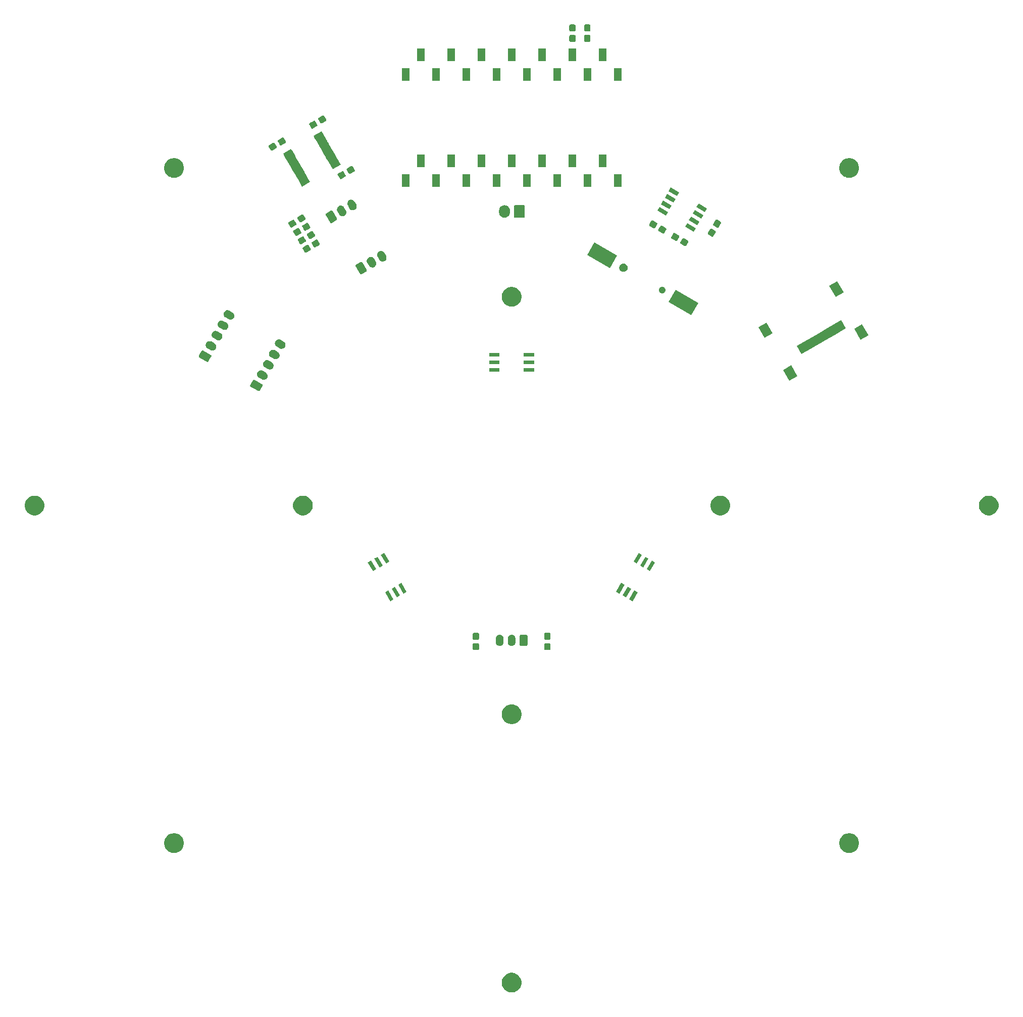
<source format=gbr>
G04 #@! TF.GenerationSoftware,KiCad,Pcbnew,(5.0.1-3-g963ef8bb5)*
G04 #@! TF.CreationDate,2019-08-14T18:08:12+02:00*
G04 #@! TF.ProjectId,crecol_led_pcb_v20,637265636F6C5F6C65645F7063625F76,rev?*
G04 #@! TF.SameCoordinates,Original*
G04 #@! TF.FileFunction,Soldermask,Bot*
G04 #@! TF.FilePolarity,Negative*
%FSLAX46Y46*%
G04 Gerber Fmt 4.6, Leading zero omitted, Abs format (unit mm)*
G04 Created by KiCad (PCBNEW (5.0.1-3-g963ef8bb5)) date 2019 August 14, Wednesday 18:08:12*
%MOMM*%
%LPD*%
G01*
G04 APERTURE LIST*
%ADD10C,0.100000*%
G04 APERTURE END LIST*
D10*
G36*
X100375256Y-178391298D02*
X100481579Y-178412447D01*
X100782042Y-178536903D01*
X101048852Y-178715180D01*
X101052454Y-178717587D01*
X101282413Y-178947546D01*
X101463098Y-179217960D01*
X101587553Y-179518422D01*
X101651000Y-179837389D01*
X101651000Y-180162611D01*
X101587553Y-180481578D01*
X101463098Y-180782040D01*
X101282413Y-181052454D01*
X101052454Y-181282413D01*
X101052451Y-181282415D01*
X100782042Y-181463097D01*
X100481579Y-181587553D01*
X100375256Y-181608702D01*
X100162611Y-181651000D01*
X99837389Y-181651000D01*
X99624744Y-181608702D01*
X99518421Y-181587553D01*
X99217958Y-181463097D01*
X98947549Y-181282415D01*
X98947546Y-181282413D01*
X98717587Y-181052454D01*
X98536902Y-180782040D01*
X98412447Y-180481578D01*
X98349000Y-180162611D01*
X98349000Y-179837389D01*
X98412447Y-179518422D01*
X98536902Y-179217960D01*
X98717587Y-178947546D01*
X98947546Y-178717587D01*
X98951148Y-178715180D01*
X99217958Y-178536903D01*
X99518421Y-178412447D01*
X99624744Y-178391298D01*
X99837389Y-178349000D01*
X100162611Y-178349000D01*
X100375256Y-178391298D01*
X100375256Y-178391298D01*
G37*
G36*
X156975256Y-154991298D02*
X157081579Y-155012447D01*
X157382042Y-155136903D01*
X157648852Y-155315180D01*
X157652454Y-155317587D01*
X157882413Y-155547546D01*
X158063098Y-155817960D01*
X158187553Y-156118422D01*
X158251000Y-156437389D01*
X158251000Y-156762611D01*
X158187553Y-157081578D01*
X158063098Y-157382040D01*
X157882413Y-157652454D01*
X157652454Y-157882413D01*
X157652451Y-157882415D01*
X157382042Y-158063097D01*
X157081579Y-158187553D01*
X156975256Y-158208702D01*
X156762611Y-158251000D01*
X156437389Y-158251000D01*
X156224744Y-158208702D01*
X156118421Y-158187553D01*
X155817958Y-158063097D01*
X155547549Y-157882415D01*
X155547546Y-157882413D01*
X155317587Y-157652454D01*
X155136902Y-157382040D01*
X155012447Y-157081578D01*
X154949000Y-156762611D01*
X154949000Y-156437389D01*
X155012447Y-156118422D01*
X155136902Y-155817960D01*
X155317587Y-155547546D01*
X155547546Y-155317587D01*
X155551148Y-155315180D01*
X155817958Y-155136903D01*
X156118421Y-155012447D01*
X156224744Y-154991298D01*
X156437389Y-154949000D01*
X156762611Y-154949000D01*
X156975256Y-154991298D01*
X156975256Y-154991298D01*
G37*
G36*
X43775256Y-154991298D02*
X43881579Y-155012447D01*
X44182042Y-155136903D01*
X44448852Y-155315180D01*
X44452454Y-155317587D01*
X44682413Y-155547546D01*
X44863098Y-155817960D01*
X44987553Y-156118422D01*
X45051000Y-156437389D01*
X45051000Y-156762611D01*
X44987553Y-157081578D01*
X44863098Y-157382040D01*
X44682413Y-157652454D01*
X44452454Y-157882413D01*
X44452451Y-157882415D01*
X44182042Y-158063097D01*
X43881579Y-158187553D01*
X43775256Y-158208702D01*
X43562611Y-158251000D01*
X43237389Y-158251000D01*
X43024744Y-158208702D01*
X42918421Y-158187553D01*
X42617958Y-158063097D01*
X42347549Y-157882415D01*
X42347546Y-157882413D01*
X42117587Y-157652454D01*
X41936902Y-157382040D01*
X41812447Y-157081578D01*
X41749000Y-156762611D01*
X41749000Y-156437389D01*
X41812447Y-156118422D01*
X41936902Y-155817960D01*
X42117587Y-155547546D01*
X42347546Y-155317587D01*
X42351148Y-155315180D01*
X42617958Y-155136903D01*
X42918421Y-155012447D01*
X43024744Y-154991298D01*
X43237389Y-154949000D01*
X43562611Y-154949000D01*
X43775256Y-154991298D01*
X43775256Y-154991298D01*
G37*
G36*
X100375256Y-133391298D02*
X100481579Y-133412447D01*
X100782042Y-133536903D01*
X101048852Y-133715180D01*
X101052454Y-133717587D01*
X101282413Y-133947546D01*
X101463098Y-134217960D01*
X101587553Y-134518422D01*
X101651000Y-134837389D01*
X101651000Y-135162611D01*
X101587553Y-135481578D01*
X101463098Y-135782040D01*
X101282413Y-136052454D01*
X101052454Y-136282413D01*
X101052451Y-136282415D01*
X100782042Y-136463097D01*
X100481579Y-136587553D01*
X100375256Y-136608702D01*
X100162611Y-136651000D01*
X99837389Y-136651000D01*
X99624744Y-136608702D01*
X99518421Y-136587553D01*
X99217958Y-136463097D01*
X98947549Y-136282415D01*
X98947546Y-136282413D01*
X98717587Y-136052454D01*
X98536902Y-135782040D01*
X98412447Y-135481578D01*
X98349000Y-135162611D01*
X98349000Y-134837389D01*
X98412447Y-134518422D01*
X98536902Y-134217960D01*
X98717587Y-133947546D01*
X98947546Y-133717587D01*
X98951148Y-133715180D01*
X99217958Y-133536903D01*
X99518421Y-133412447D01*
X99624744Y-133391298D01*
X99837389Y-133349000D01*
X100162611Y-133349000D01*
X100375256Y-133391298D01*
X100375256Y-133391298D01*
G37*
G36*
X106364499Y-123103445D02*
X106401993Y-123114819D01*
X106436557Y-123133294D01*
X106466847Y-123158153D01*
X106491706Y-123188443D01*
X106510181Y-123223007D01*
X106521555Y-123260501D01*
X106526000Y-123305638D01*
X106526000Y-124044362D01*
X106521555Y-124089499D01*
X106510181Y-124126993D01*
X106491706Y-124161557D01*
X106466847Y-124191847D01*
X106436557Y-124216706D01*
X106401993Y-124235181D01*
X106364499Y-124246555D01*
X106319362Y-124251000D01*
X105680638Y-124251000D01*
X105635501Y-124246555D01*
X105598007Y-124235181D01*
X105563443Y-124216706D01*
X105533153Y-124191847D01*
X105508294Y-124161557D01*
X105489819Y-124126993D01*
X105478445Y-124089499D01*
X105474000Y-124044362D01*
X105474000Y-123305638D01*
X105478445Y-123260501D01*
X105489819Y-123223007D01*
X105508294Y-123188443D01*
X105533153Y-123158153D01*
X105563443Y-123133294D01*
X105598007Y-123114819D01*
X105635501Y-123103445D01*
X105680638Y-123099000D01*
X106319362Y-123099000D01*
X106364499Y-123103445D01*
X106364499Y-123103445D01*
G37*
G36*
X94364499Y-123103445D02*
X94401993Y-123114819D01*
X94436557Y-123133294D01*
X94466847Y-123158153D01*
X94491706Y-123188443D01*
X94510181Y-123223007D01*
X94521555Y-123260501D01*
X94526000Y-123305638D01*
X94526000Y-124044362D01*
X94521555Y-124089499D01*
X94510181Y-124126993D01*
X94491706Y-124161557D01*
X94466847Y-124191847D01*
X94436557Y-124216706D01*
X94401993Y-124235181D01*
X94364499Y-124246555D01*
X94319362Y-124251000D01*
X93680638Y-124251000D01*
X93635501Y-124246555D01*
X93598007Y-124235181D01*
X93563443Y-124216706D01*
X93533153Y-124191847D01*
X93508294Y-124161557D01*
X93489819Y-124126993D01*
X93478445Y-124089499D01*
X93474000Y-124044362D01*
X93474000Y-123305638D01*
X93478445Y-123260501D01*
X93489819Y-123223007D01*
X93508294Y-123188443D01*
X93533153Y-123158153D01*
X93563443Y-123133294D01*
X93598007Y-123114819D01*
X93635501Y-123103445D01*
X93680638Y-123099000D01*
X94319362Y-123099000D01*
X94364499Y-123103445D01*
X94364499Y-123103445D01*
G37*
G36*
X98127618Y-121683420D02*
X98209427Y-121708237D01*
X98250333Y-121720645D01*
X98328600Y-121762480D01*
X98363426Y-121781095D01*
X98462553Y-121862447D01*
X98543905Y-121961574D01*
X98543906Y-121961576D01*
X98604355Y-122074667D01*
X98604355Y-122074668D01*
X98641580Y-122197382D01*
X98651000Y-122293027D01*
X98651000Y-122906973D01*
X98641580Y-123002618D01*
X98616763Y-123084427D01*
X98604355Y-123125333D01*
X98555953Y-123215885D01*
X98543905Y-123238426D01*
X98462553Y-123337553D01*
X98462551Y-123337555D01*
X98432764Y-123362000D01*
X98363425Y-123418905D01*
X98311699Y-123446553D01*
X98250332Y-123479355D01*
X98209426Y-123491763D01*
X98127617Y-123516580D01*
X98000000Y-123529149D01*
X97872382Y-123516580D01*
X97790573Y-123491763D01*
X97749667Y-123479355D01*
X97636576Y-123418906D01*
X97636574Y-123418905D01*
X97537447Y-123337553D01*
X97456095Y-123238425D01*
X97422745Y-123176031D01*
X97395645Y-123125332D01*
X97383237Y-123084426D01*
X97358420Y-123002617D01*
X97349000Y-122906972D01*
X97349000Y-122293027D01*
X97358420Y-122197382D01*
X97395645Y-122074668D01*
X97395645Y-122074667D01*
X97415795Y-122036970D01*
X97456095Y-121961574D01*
X97537448Y-121862447D01*
X97636575Y-121781095D01*
X97671401Y-121762480D01*
X97749668Y-121720645D01*
X97790574Y-121708237D01*
X97872383Y-121683420D01*
X98000000Y-121670851D01*
X98127618Y-121683420D01*
X98127618Y-121683420D01*
G37*
G36*
X100127618Y-121683420D02*
X100209427Y-121708237D01*
X100250333Y-121720645D01*
X100328600Y-121762480D01*
X100363426Y-121781095D01*
X100462553Y-121862447D01*
X100543905Y-121961574D01*
X100543906Y-121961576D01*
X100604355Y-122074667D01*
X100604355Y-122074668D01*
X100641580Y-122197382D01*
X100651000Y-122293027D01*
X100651000Y-122906973D01*
X100641580Y-123002618D01*
X100616763Y-123084427D01*
X100604355Y-123125333D01*
X100555953Y-123215885D01*
X100543905Y-123238426D01*
X100462553Y-123337553D01*
X100462551Y-123337555D01*
X100432764Y-123362000D01*
X100363425Y-123418905D01*
X100311699Y-123446553D01*
X100250332Y-123479355D01*
X100209426Y-123491763D01*
X100127617Y-123516580D01*
X100000000Y-123529149D01*
X99872382Y-123516580D01*
X99790573Y-123491763D01*
X99749667Y-123479355D01*
X99636576Y-123418906D01*
X99636574Y-123418905D01*
X99537447Y-123337553D01*
X99456095Y-123238425D01*
X99422745Y-123176031D01*
X99395645Y-123125332D01*
X99383237Y-123084426D01*
X99358420Y-123002617D01*
X99349000Y-122906972D01*
X99349000Y-122293027D01*
X99358420Y-122197382D01*
X99395645Y-122074668D01*
X99395645Y-122074667D01*
X99415795Y-122036970D01*
X99456095Y-121961574D01*
X99537448Y-121862447D01*
X99636575Y-121781095D01*
X99671401Y-121762480D01*
X99749668Y-121720645D01*
X99790574Y-121708237D01*
X99872383Y-121683420D01*
X100000000Y-121670851D01*
X100127618Y-121683420D01*
X100127618Y-121683420D01*
G37*
G36*
X102491242Y-121678404D02*
X102528339Y-121689657D01*
X102562520Y-121707927D01*
X102592482Y-121732518D01*
X102617073Y-121762480D01*
X102635343Y-121796661D01*
X102646596Y-121833758D01*
X102651000Y-121878473D01*
X102651000Y-123321527D01*
X102646596Y-123366242D01*
X102635343Y-123403339D01*
X102617073Y-123437520D01*
X102592482Y-123467482D01*
X102562520Y-123492073D01*
X102528339Y-123510343D01*
X102491242Y-123521596D01*
X102446527Y-123526000D01*
X101553473Y-123526000D01*
X101508758Y-123521596D01*
X101471661Y-123510343D01*
X101437480Y-123492073D01*
X101407518Y-123467482D01*
X101382927Y-123437520D01*
X101364657Y-123403339D01*
X101353404Y-123366242D01*
X101349000Y-123321527D01*
X101349000Y-121878473D01*
X101353404Y-121833758D01*
X101364657Y-121796661D01*
X101382927Y-121762480D01*
X101407518Y-121732518D01*
X101437480Y-121707927D01*
X101471661Y-121689657D01*
X101508758Y-121678404D01*
X101553473Y-121674000D01*
X102446527Y-121674000D01*
X102491242Y-121678404D01*
X102491242Y-121678404D01*
G37*
G36*
X106364499Y-121353445D02*
X106401993Y-121364819D01*
X106436557Y-121383294D01*
X106466847Y-121408153D01*
X106491706Y-121438443D01*
X106510181Y-121473007D01*
X106521555Y-121510501D01*
X106526000Y-121555638D01*
X106526000Y-122294362D01*
X106521555Y-122339499D01*
X106510181Y-122376993D01*
X106491706Y-122411557D01*
X106466847Y-122441847D01*
X106436557Y-122466706D01*
X106401993Y-122485181D01*
X106364499Y-122496555D01*
X106319362Y-122501000D01*
X105680638Y-122501000D01*
X105635501Y-122496555D01*
X105598007Y-122485181D01*
X105563443Y-122466706D01*
X105533153Y-122441847D01*
X105508294Y-122411557D01*
X105489819Y-122376993D01*
X105478445Y-122339499D01*
X105474000Y-122294362D01*
X105474000Y-121555638D01*
X105478445Y-121510501D01*
X105489819Y-121473007D01*
X105508294Y-121438443D01*
X105533153Y-121408153D01*
X105563443Y-121383294D01*
X105598007Y-121364819D01*
X105635501Y-121353445D01*
X105680638Y-121349000D01*
X106319362Y-121349000D01*
X106364499Y-121353445D01*
X106364499Y-121353445D01*
G37*
G36*
X94364499Y-121353445D02*
X94401993Y-121364819D01*
X94436557Y-121383294D01*
X94466847Y-121408153D01*
X94491706Y-121438443D01*
X94510181Y-121473007D01*
X94521555Y-121510501D01*
X94526000Y-121555638D01*
X94526000Y-122294362D01*
X94521555Y-122339499D01*
X94510181Y-122376993D01*
X94491706Y-122411557D01*
X94466847Y-122441847D01*
X94436557Y-122466706D01*
X94401993Y-122485181D01*
X94364499Y-122496555D01*
X94319362Y-122501000D01*
X93680638Y-122501000D01*
X93635501Y-122496555D01*
X93598007Y-122485181D01*
X93563443Y-122466706D01*
X93533153Y-122441847D01*
X93508294Y-122411557D01*
X93489819Y-122376993D01*
X93478445Y-122339499D01*
X93474000Y-122294362D01*
X93474000Y-121555638D01*
X93478445Y-121510501D01*
X93489819Y-121473007D01*
X93508294Y-121438443D01*
X93533153Y-121408153D01*
X93563443Y-121383294D01*
X93598007Y-121364819D01*
X93635501Y-121353445D01*
X93680638Y-121349000D01*
X94319362Y-121349000D01*
X94364499Y-121353445D01*
X94364499Y-121353445D01*
G37*
G36*
X80207972Y-115720462D02*
X79643324Y-116046462D01*
X78792324Y-114572486D01*
X79356972Y-114246486D01*
X80207972Y-115720462D01*
X80207972Y-115720462D01*
G37*
G36*
X121157676Y-114572486D02*
X120306676Y-116046462D01*
X119742028Y-115720462D01*
X120593028Y-114246486D01*
X121157676Y-114572486D01*
X121157676Y-114572486D01*
G37*
G36*
X120057824Y-113937486D02*
X119206824Y-115411462D01*
X118642176Y-115085462D01*
X119493176Y-113611486D01*
X120057824Y-113937486D01*
X120057824Y-113937486D01*
G37*
G36*
X81307824Y-115085462D02*
X80743176Y-115411462D01*
X79892176Y-113937486D01*
X80456824Y-113611486D01*
X81307824Y-115085462D01*
X81307824Y-115085462D01*
G37*
G36*
X82407676Y-114450462D02*
X81843028Y-114776462D01*
X80992028Y-113302486D01*
X81556676Y-112976486D01*
X82407676Y-114450462D01*
X82407676Y-114450462D01*
G37*
G36*
X118957972Y-113302486D02*
X118106972Y-114776462D01*
X117542324Y-114450462D01*
X118393324Y-112976486D01*
X118957972Y-113302486D01*
X118957972Y-113302486D01*
G37*
G36*
X77307972Y-110697514D02*
X76743324Y-111023514D01*
X75892324Y-109549538D01*
X76456972Y-109223538D01*
X77307972Y-110697514D01*
X77307972Y-110697514D01*
G37*
G36*
X124057676Y-109549538D02*
X123206676Y-111023514D01*
X122642028Y-110697514D01*
X123493028Y-109223538D01*
X124057676Y-109549538D01*
X124057676Y-109549538D01*
G37*
G36*
X78407824Y-110062514D02*
X77843176Y-110388514D01*
X76992176Y-108914538D01*
X77556824Y-108588538D01*
X78407824Y-110062514D01*
X78407824Y-110062514D01*
G37*
G36*
X122957824Y-108914538D02*
X122106824Y-110388514D01*
X121542176Y-110062514D01*
X122393176Y-108588538D01*
X122957824Y-108914538D01*
X122957824Y-108914538D01*
G37*
G36*
X121857972Y-108279538D02*
X121006972Y-109753514D01*
X120442324Y-109427514D01*
X121293324Y-107953538D01*
X121857972Y-108279538D01*
X121857972Y-108279538D01*
G37*
G36*
X79507676Y-109427514D02*
X78943028Y-109753514D01*
X78092028Y-108279538D01*
X78656676Y-107953538D01*
X79507676Y-109427514D01*
X79507676Y-109427514D01*
G37*
G36*
X180375256Y-98391298D02*
X180481579Y-98412447D01*
X180782042Y-98536903D01*
X181048852Y-98715180D01*
X181052454Y-98717587D01*
X181282413Y-98947546D01*
X181463098Y-99217960D01*
X181587553Y-99518422D01*
X181651000Y-99837389D01*
X181651000Y-100162611D01*
X181587553Y-100481578D01*
X181463098Y-100782040D01*
X181282413Y-101052454D01*
X181052454Y-101282413D01*
X181052451Y-101282415D01*
X180782042Y-101463097D01*
X180481579Y-101587553D01*
X180375256Y-101608702D01*
X180162611Y-101651000D01*
X179837389Y-101651000D01*
X179624744Y-101608702D01*
X179518421Y-101587553D01*
X179217958Y-101463097D01*
X178947549Y-101282415D01*
X178947546Y-101282413D01*
X178717587Y-101052454D01*
X178536902Y-100782040D01*
X178412447Y-100481578D01*
X178349000Y-100162611D01*
X178349000Y-99837389D01*
X178412447Y-99518422D01*
X178536902Y-99217960D01*
X178717587Y-98947546D01*
X178947546Y-98717587D01*
X178951148Y-98715180D01*
X179217958Y-98536903D01*
X179518421Y-98412447D01*
X179624744Y-98391298D01*
X179837389Y-98349000D01*
X180162611Y-98349000D01*
X180375256Y-98391298D01*
X180375256Y-98391298D01*
G37*
G36*
X20375256Y-98391298D02*
X20481579Y-98412447D01*
X20782042Y-98536903D01*
X21048852Y-98715180D01*
X21052454Y-98717587D01*
X21282413Y-98947546D01*
X21463098Y-99217960D01*
X21587553Y-99518422D01*
X21651000Y-99837389D01*
X21651000Y-100162611D01*
X21587553Y-100481578D01*
X21463098Y-100782040D01*
X21282413Y-101052454D01*
X21052454Y-101282413D01*
X21052451Y-101282415D01*
X20782042Y-101463097D01*
X20481579Y-101587553D01*
X20375256Y-101608702D01*
X20162611Y-101651000D01*
X19837389Y-101651000D01*
X19624744Y-101608702D01*
X19518421Y-101587553D01*
X19217958Y-101463097D01*
X18947549Y-101282415D01*
X18947546Y-101282413D01*
X18717587Y-101052454D01*
X18536902Y-100782040D01*
X18412447Y-100481578D01*
X18349000Y-100162611D01*
X18349000Y-99837389D01*
X18412447Y-99518422D01*
X18536902Y-99217960D01*
X18717587Y-98947546D01*
X18947546Y-98717587D01*
X18951148Y-98715180D01*
X19217958Y-98536903D01*
X19518421Y-98412447D01*
X19624744Y-98391298D01*
X19837389Y-98349000D01*
X20162611Y-98349000D01*
X20375256Y-98391298D01*
X20375256Y-98391298D01*
G37*
G36*
X65375256Y-98391298D02*
X65481579Y-98412447D01*
X65782042Y-98536903D01*
X66048852Y-98715180D01*
X66052454Y-98717587D01*
X66282413Y-98947546D01*
X66463098Y-99217960D01*
X66587553Y-99518422D01*
X66651000Y-99837389D01*
X66651000Y-100162611D01*
X66587553Y-100481578D01*
X66463098Y-100782040D01*
X66282413Y-101052454D01*
X66052454Y-101282413D01*
X66052451Y-101282415D01*
X65782042Y-101463097D01*
X65481579Y-101587553D01*
X65375256Y-101608702D01*
X65162611Y-101651000D01*
X64837389Y-101651000D01*
X64624744Y-101608702D01*
X64518421Y-101587553D01*
X64217958Y-101463097D01*
X63947549Y-101282415D01*
X63947546Y-101282413D01*
X63717587Y-101052454D01*
X63536902Y-100782040D01*
X63412447Y-100481578D01*
X63349000Y-100162611D01*
X63349000Y-99837389D01*
X63412447Y-99518422D01*
X63536902Y-99217960D01*
X63717587Y-98947546D01*
X63947546Y-98717587D01*
X63951148Y-98715180D01*
X64217958Y-98536903D01*
X64518421Y-98412447D01*
X64624744Y-98391298D01*
X64837389Y-98349000D01*
X65162611Y-98349000D01*
X65375256Y-98391298D01*
X65375256Y-98391298D01*
G37*
G36*
X135375256Y-98391298D02*
X135481579Y-98412447D01*
X135782042Y-98536903D01*
X136048852Y-98715180D01*
X136052454Y-98717587D01*
X136282413Y-98947546D01*
X136463098Y-99217960D01*
X136587553Y-99518422D01*
X136651000Y-99837389D01*
X136651000Y-100162611D01*
X136587553Y-100481578D01*
X136463098Y-100782040D01*
X136282413Y-101052454D01*
X136052454Y-101282413D01*
X136052451Y-101282415D01*
X135782042Y-101463097D01*
X135481579Y-101587553D01*
X135375256Y-101608702D01*
X135162611Y-101651000D01*
X134837389Y-101651000D01*
X134624744Y-101608702D01*
X134518421Y-101587553D01*
X134217958Y-101463097D01*
X133947549Y-101282415D01*
X133947546Y-101282413D01*
X133717587Y-101052454D01*
X133536902Y-100782040D01*
X133412447Y-100481578D01*
X133349000Y-100162611D01*
X133349000Y-99837389D01*
X133412447Y-99518422D01*
X133536902Y-99217960D01*
X133717587Y-98947546D01*
X133947546Y-98717587D01*
X133951148Y-98715180D01*
X134217958Y-98536903D01*
X134518421Y-98412447D01*
X134624744Y-98391298D01*
X134837389Y-98349000D01*
X135162611Y-98349000D01*
X135375256Y-98391298D01*
X135375256Y-98391298D01*
G37*
G36*
X56821962Y-78912210D02*
X56859715Y-78921013D01*
X56900639Y-78939556D01*
X56958464Y-78972941D01*
X56958470Y-78972944D01*
X57156642Y-79087359D01*
X58150357Y-79661080D01*
X58186885Y-79687256D01*
X58213382Y-79715547D01*
X58233849Y-79748460D01*
X58247504Y-79784739D01*
X58253817Y-79822980D01*
X58252549Y-79861721D01*
X58243746Y-79899474D01*
X58225203Y-79940398D01*
X57778679Y-80713802D01*
X57752503Y-80750330D01*
X57724212Y-80776827D01*
X57691299Y-80797294D01*
X57655020Y-80810949D01*
X57616779Y-80817262D01*
X57578038Y-80815994D01*
X57540285Y-80807191D01*
X57499361Y-80788648D01*
X57441536Y-80755263D01*
X57441530Y-80755260D01*
X56917159Y-80452514D01*
X56249643Y-80067124D01*
X56213115Y-80040948D01*
X56186618Y-80012657D01*
X56166151Y-79979744D01*
X56152496Y-79943465D01*
X56146183Y-79905224D01*
X56147451Y-79866483D01*
X56156254Y-79828730D01*
X56174797Y-79787806D01*
X56621321Y-79014402D01*
X56647497Y-78977874D01*
X56675788Y-78951377D01*
X56708701Y-78930910D01*
X56744980Y-78917255D01*
X56783221Y-78910942D01*
X56821962Y-78912210D01*
X56821962Y-78912210D01*
G37*
G36*
X147914892Y-78311359D02*
X146570820Y-79087359D01*
X145519820Y-77266973D01*
X146863892Y-76490973D01*
X147914892Y-78311359D01*
X147914892Y-78311359D01*
G37*
G36*
X57927734Y-77342087D02*
X58047223Y-77345998D01*
X58092214Y-77356489D01*
X58172112Y-77375118D01*
X58259653Y-77414782D01*
X58791346Y-77721755D01*
X58869467Y-77777736D01*
X58913298Y-77824534D01*
X58957128Y-77871330D01*
X59024846Y-77980230D01*
X59070017Y-78100244D01*
X59090905Y-78226765D01*
X59086710Y-78354931D01*
X59086709Y-78354934D01*
X59057590Y-78479820D01*
X59004666Y-78596625D01*
X58929972Y-78700861D01*
X58883174Y-78744692D01*
X58836378Y-78788522D01*
X58727478Y-78856240D01*
X58607463Y-78901410D01*
X58480942Y-78922299D01*
X58480940Y-78922299D01*
X58472266Y-78922015D01*
X58352776Y-78918104D01*
X58307785Y-78907613D01*
X58227887Y-78888984D01*
X58140346Y-78849320D01*
X57608654Y-78542347D01*
X57530533Y-78486366D01*
X57524402Y-78479820D01*
X57442872Y-78392772D01*
X57375154Y-78283872D01*
X57329984Y-78163857D01*
X57309095Y-78037336D01*
X57313290Y-77909171D01*
X57322113Y-77871331D01*
X57342410Y-77784282D01*
X57395334Y-77667477D01*
X57470028Y-77563241D01*
X57475961Y-77557684D01*
X57563622Y-77475580D01*
X57672522Y-77407862D01*
X57792537Y-77362692D01*
X57919058Y-77341803D01*
X57919060Y-77341803D01*
X57927734Y-77342087D01*
X57927734Y-77342087D01*
G37*
G36*
X97951000Y-77596000D02*
X96249000Y-77596000D01*
X96249000Y-76944000D01*
X97951000Y-76944000D01*
X97951000Y-77596000D01*
X97951000Y-77596000D01*
G37*
G36*
X103751000Y-77596000D02*
X102049000Y-77596000D01*
X102049000Y-76944000D01*
X103751000Y-76944000D01*
X103751000Y-77596000D01*
X103751000Y-77596000D01*
G37*
G36*
X58927734Y-75610036D02*
X59047223Y-75613947D01*
X59092214Y-75624438D01*
X59172112Y-75643067D01*
X59259653Y-75682731D01*
X59791346Y-75989704D01*
X59869467Y-76045685D01*
X59913297Y-76092482D01*
X59957128Y-76139279D01*
X60024846Y-76248179D01*
X60070017Y-76368193D01*
X60090905Y-76494714D01*
X60086710Y-76622880D01*
X60086709Y-76622883D01*
X60057590Y-76747769D01*
X60004666Y-76864574D01*
X59929972Y-76968810D01*
X59883174Y-77012641D01*
X59836378Y-77056471D01*
X59727478Y-77124189D01*
X59607463Y-77169359D01*
X59480942Y-77190248D01*
X59480940Y-77190248D01*
X59472266Y-77189964D01*
X59352776Y-77186053D01*
X59307785Y-77175562D01*
X59227887Y-77156933D01*
X59140346Y-77117269D01*
X58608654Y-76810296D01*
X58530533Y-76754315D01*
X58524402Y-76747769D01*
X58442872Y-76660721D01*
X58375154Y-76551821D01*
X58329984Y-76431806D01*
X58309095Y-76305285D01*
X58313290Y-76177120D01*
X58322113Y-76139280D01*
X58342410Y-76052231D01*
X58395334Y-75935426D01*
X58409259Y-75915994D01*
X58470027Y-75831191D01*
X58563622Y-75743529D01*
X58672522Y-75675811D01*
X58792537Y-75630641D01*
X58919058Y-75609752D01*
X58919060Y-75609752D01*
X58927734Y-75610036D01*
X58927734Y-75610036D01*
G37*
G36*
X103751000Y-76326000D02*
X102049000Y-76326000D01*
X102049000Y-75674000D01*
X103751000Y-75674000D01*
X103751000Y-76326000D01*
X103751000Y-76326000D01*
G37*
G36*
X97951000Y-76326000D02*
X96249000Y-76326000D01*
X96249000Y-75674000D01*
X97951000Y-75674000D01*
X97951000Y-76326000D01*
X97951000Y-76326000D01*
G37*
G36*
X48221962Y-74012210D02*
X48259715Y-74021013D01*
X48300639Y-74039556D01*
X48358464Y-74072941D01*
X48358470Y-74072944D01*
X48882841Y-74375690D01*
X49550357Y-74761080D01*
X49586885Y-74787256D01*
X49613382Y-74815547D01*
X49633849Y-74848460D01*
X49647504Y-74884739D01*
X49653817Y-74922980D01*
X49652549Y-74961721D01*
X49643746Y-74999474D01*
X49625203Y-75040398D01*
X49178679Y-75813802D01*
X49152503Y-75850330D01*
X49124212Y-75876827D01*
X49091299Y-75897294D01*
X49055020Y-75910949D01*
X49016779Y-75917262D01*
X48978038Y-75915994D01*
X48940285Y-75907191D01*
X48899361Y-75888648D01*
X48841536Y-75855263D01*
X48841530Y-75855260D01*
X48117618Y-75437309D01*
X47649643Y-75167124D01*
X47613115Y-75140948D01*
X47586618Y-75112657D01*
X47566151Y-75079744D01*
X47552496Y-75043465D01*
X47546183Y-75005224D01*
X47547451Y-74966483D01*
X47556254Y-74928730D01*
X47574797Y-74887806D01*
X48021321Y-74114402D01*
X48047497Y-74077874D01*
X48075788Y-74051377D01*
X48108701Y-74030910D01*
X48144980Y-74017255D01*
X48183221Y-74010942D01*
X48221962Y-74012210D01*
X48221962Y-74012210D01*
G37*
G36*
X59927734Y-73877986D02*
X60047223Y-73881897D01*
X60092214Y-73892388D01*
X60172112Y-73911017D01*
X60259653Y-73950681D01*
X60791346Y-74257654D01*
X60869467Y-74313635D01*
X60913298Y-74360433D01*
X60957128Y-74407229D01*
X61024846Y-74516129D01*
X61070017Y-74636143D01*
X61090905Y-74762664D01*
X61086710Y-74890830D01*
X61086709Y-74890833D01*
X61057590Y-75015719D01*
X61004666Y-75132524D01*
X60929972Y-75236760D01*
X60883175Y-75280590D01*
X60836378Y-75324421D01*
X60727478Y-75392139D01*
X60607463Y-75437309D01*
X60480942Y-75458198D01*
X60480940Y-75458198D01*
X60472266Y-75457914D01*
X60352776Y-75454003D01*
X60307785Y-75443512D01*
X60227887Y-75424883D01*
X60140346Y-75385219D01*
X59608654Y-75078246D01*
X59530533Y-75022265D01*
X59507814Y-74998008D01*
X59442872Y-74928671D01*
X59375154Y-74819771D01*
X59329984Y-74699756D01*
X59309095Y-74573235D01*
X59313290Y-74445070D01*
X59322113Y-74407230D01*
X59342410Y-74320181D01*
X59395334Y-74203376D01*
X59420551Y-74168186D01*
X59470027Y-74099141D01*
X59563622Y-74011479D01*
X59672522Y-73943761D01*
X59792537Y-73898591D01*
X59919058Y-73877702D01*
X59919060Y-73877702D01*
X59927734Y-73877986D01*
X59927734Y-73877986D01*
G37*
G36*
X97951000Y-75056000D02*
X96249000Y-75056000D01*
X96249000Y-74404000D01*
X97951000Y-74404000D01*
X97951000Y-75056000D01*
X97951000Y-75056000D01*
G37*
G36*
X103751000Y-75056000D02*
X102049000Y-75056000D01*
X102049000Y-74404000D01*
X103751000Y-74404000D01*
X103751000Y-75056000D01*
X103751000Y-75056000D01*
G37*
G36*
X156059473Y-70318187D02*
X155215099Y-70805686D01*
X155215092Y-70805691D01*
X154217437Y-71381687D01*
X153309843Y-71905686D01*
X153309836Y-71905691D01*
X149499331Y-74105687D01*
X148609922Y-74619187D01*
X147808922Y-73231813D01*
X151511181Y-71094313D01*
X152463808Y-70544314D01*
X152463815Y-70544309D01*
X153461470Y-69968313D01*
X154369064Y-69444314D01*
X154369071Y-69444309D01*
X155258473Y-68930813D01*
X156059473Y-70318187D01*
X156059473Y-70318187D01*
G37*
G36*
X49327734Y-72442087D02*
X49447223Y-72445998D01*
X49492214Y-72456489D01*
X49572112Y-72475118D01*
X49659653Y-72514782D01*
X50191346Y-72821755D01*
X50269467Y-72877736D01*
X50294152Y-72904092D01*
X50357128Y-72971330D01*
X50424846Y-73080230D01*
X50470017Y-73200244D01*
X50490905Y-73326765D01*
X50486710Y-73454931D01*
X50486709Y-73454934D01*
X50457590Y-73579820D01*
X50404666Y-73696625D01*
X50329972Y-73800861D01*
X50283175Y-73844691D01*
X50236378Y-73888522D01*
X50127478Y-73956240D01*
X50007463Y-74001410D01*
X49880942Y-74022299D01*
X49880940Y-74022299D01*
X49872266Y-74022015D01*
X49752776Y-74018104D01*
X49707785Y-74007613D01*
X49627887Y-73988984D01*
X49540346Y-73949320D01*
X49008654Y-73642347D01*
X48930534Y-73586367D01*
X48842872Y-73492772D01*
X48775154Y-73383872D01*
X48729984Y-73263857D01*
X48709095Y-73137336D01*
X48713290Y-73009171D01*
X48722113Y-72971331D01*
X48742410Y-72884282D01*
X48795334Y-72767477D01*
X48834358Y-72713019D01*
X48870027Y-72663242D01*
X48963622Y-72575580D01*
X49072522Y-72507862D01*
X49192537Y-72462692D01*
X49319058Y-72441803D01*
X49319060Y-72441803D01*
X49327734Y-72442087D01*
X49327734Y-72442087D01*
G37*
G36*
X60927734Y-72145935D02*
X61047223Y-72149846D01*
X61092214Y-72160337D01*
X61172112Y-72178966D01*
X61259653Y-72218630D01*
X61791346Y-72525603D01*
X61869467Y-72581584D01*
X61913298Y-72628382D01*
X61957128Y-72675178D01*
X62024846Y-72784078D01*
X62070017Y-72904092D01*
X62090905Y-73030613D01*
X62086710Y-73158779D01*
X62086709Y-73158782D01*
X62057590Y-73283668D01*
X62004666Y-73400473D01*
X61929972Y-73504709D01*
X61883175Y-73548539D01*
X61836378Y-73592370D01*
X61727478Y-73660088D01*
X61607463Y-73705258D01*
X61480942Y-73726147D01*
X61480940Y-73726147D01*
X61472266Y-73725863D01*
X61352776Y-73721952D01*
X61307785Y-73711461D01*
X61227887Y-73692832D01*
X61140346Y-73653168D01*
X60608654Y-73346195D01*
X60530533Y-73290214D01*
X60505847Y-73263857D01*
X60442872Y-73196620D01*
X60375154Y-73087720D01*
X60329984Y-72967705D01*
X60309095Y-72841184D01*
X60313290Y-72713019D01*
X60322113Y-72675179D01*
X60342410Y-72588130D01*
X60395334Y-72471325D01*
X60470028Y-72367089D01*
X60475961Y-72361532D01*
X60563622Y-72279428D01*
X60672522Y-72211710D01*
X60792537Y-72166540D01*
X60919058Y-72145651D01*
X60919060Y-72145651D01*
X60927734Y-72145935D01*
X60927734Y-72145935D01*
G37*
G36*
X50327734Y-70710036D02*
X50447223Y-70713947D01*
X50492214Y-70724438D01*
X50572112Y-70743067D01*
X50659653Y-70782731D01*
X51191346Y-71089704D01*
X51269467Y-71145685D01*
X51313298Y-71192483D01*
X51357128Y-71239279D01*
X51424846Y-71348179D01*
X51470017Y-71468193D01*
X51490905Y-71594714D01*
X51486710Y-71722880D01*
X51486709Y-71722883D01*
X51457590Y-71847769D01*
X51404666Y-71964574D01*
X51329972Y-72068810D01*
X51283175Y-72112640D01*
X51236378Y-72156471D01*
X51127478Y-72224189D01*
X51007463Y-72269359D01*
X50880942Y-72290248D01*
X50880940Y-72290248D01*
X50872266Y-72289964D01*
X50752776Y-72286053D01*
X50707785Y-72275562D01*
X50627887Y-72256933D01*
X50540346Y-72217269D01*
X50008654Y-71910296D01*
X49930533Y-71854315D01*
X49924402Y-71847769D01*
X49842872Y-71760721D01*
X49775154Y-71651821D01*
X49729984Y-71531806D01*
X49709095Y-71405285D01*
X49713290Y-71277120D01*
X49722113Y-71239280D01*
X49742410Y-71152231D01*
X49795334Y-71035426D01*
X49870028Y-70931190D01*
X49875961Y-70925633D01*
X49963622Y-70843529D01*
X50072522Y-70775811D01*
X50192537Y-70730641D01*
X50319058Y-70709752D01*
X50319060Y-70709752D01*
X50327734Y-70710036D01*
X50327734Y-70710036D01*
G37*
G36*
X159822743Y-71436359D02*
X158478671Y-72212359D01*
X157427671Y-70391973D01*
X158771743Y-69615973D01*
X159822743Y-71436359D01*
X159822743Y-71436359D01*
G37*
G36*
X143764891Y-71123349D02*
X142420819Y-71899349D01*
X141369819Y-70078963D01*
X142713891Y-69302963D01*
X143764891Y-71123349D01*
X143764891Y-71123349D01*
G37*
G36*
X51327734Y-68977986D02*
X51447223Y-68981897D01*
X51492214Y-68992388D01*
X51572112Y-69011017D01*
X51659653Y-69050681D01*
X52191346Y-69357654D01*
X52269467Y-69413635D01*
X52298196Y-69444309D01*
X52357128Y-69507229D01*
X52424846Y-69616129D01*
X52470017Y-69736143D01*
X52490905Y-69862664D01*
X52486710Y-69990830D01*
X52486709Y-69990833D01*
X52457590Y-70115719D01*
X52404666Y-70232524D01*
X52329972Y-70336760D01*
X52283175Y-70380590D01*
X52236378Y-70424421D01*
X52127478Y-70492139D01*
X52007463Y-70537309D01*
X51880942Y-70558198D01*
X51880940Y-70558198D01*
X51872266Y-70557914D01*
X51752776Y-70554003D01*
X51707785Y-70543512D01*
X51627887Y-70524883D01*
X51540346Y-70485219D01*
X51008654Y-70178246D01*
X50930533Y-70122265D01*
X50889976Y-70078963D01*
X50842872Y-70028671D01*
X50775154Y-69919771D01*
X50729984Y-69799756D01*
X50709095Y-69673235D01*
X50713290Y-69545070D01*
X50722113Y-69507230D01*
X50742410Y-69420181D01*
X50795334Y-69303376D01*
X50870028Y-69199140D01*
X50875961Y-69193583D01*
X50963622Y-69111479D01*
X51072522Y-69043761D01*
X51192537Y-68998591D01*
X51319058Y-68977702D01*
X51319060Y-68977702D01*
X51327734Y-68977986D01*
X51327734Y-68977986D01*
G37*
G36*
X52327734Y-67245935D02*
X52447223Y-67249846D01*
X52492214Y-67260337D01*
X52572112Y-67278966D01*
X52659653Y-67318630D01*
X53191346Y-67625603D01*
X53269467Y-67681584D01*
X53313298Y-67728382D01*
X53357128Y-67775178D01*
X53424846Y-67884078D01*
X53470017Y-68004092D01*
X53490905Y-68130613D01*
X53486710Y-68258779D01*
X53486709Y-68258782D01*
X53457590Y-68383668D01*
X53404666Y-68500473D01*
X53329972Y-68604709D01*
X53283174Y-68648540D01*
X53236378Y-68692370D01*
X53127478Y-68760088D01*
X53007463Y-68805258D01*
X52880942Y-68826147D01*
X52880940Y-68826147D01*
X52872266Y-68825863D01*
X52752776Y-68821952D01*
X52707785Y-68811461D01*
X52627887Y-68792832D01*
X52540346Y-68753168D01*
X52008654Y-68446195D01*
X51930533Y-68390214D01*
X51924402Y-68383668D01*
X51842872Y-68296620D01*
X51775154Y-68187720D01*
X51729984Y-68067705D01*
X51709095Y-67941184D01*
X51713290Y-67813019D01*
X51722113Y-67775179D01*
X51742410Y-67688130D01*
X51795334Y-67571325D01*
X51870028Y-67467089D01*
X51875961Y-67461532D01*
X51963622Y-67379428D01*
X52072522Y-67311710D01*
X52192537Y-67266540D01*
X52319058Y-67245651D01*
X52319060Y-67245651D01*
X52327734Y-67245935D01*
X52327734Y-67245935D01*
G37*
G36*
X131348223Y-66010403D02*
X130147223Y-68090597D01*
X126334979Y-65889597D01*
X127535979Y-63809403D01*
X131348223Y-66010403D01*
X131348223Y-66010403D01*
G37*
G36*
X100352185Y-63386709D02*
X100481579Y-63412447D01*
X100782042Y-63536903D01*
X100897431Y-63614004D01*
X101052454Y-63717587D01*
X101282413Y-63947546D01*
X101282415Y-63947549D01*
X101408332Y-64135996D01*
X101463098Y-64217960D01*
X101466530Y-64226245D01*
X101523296Y-64363290D01*
X101587553Y-64518422D01*
X101651000Y-64837389D01*
X101651000Y-65162611D01*
X101587553Y-65481578D01*
X101463098Y-65782040D01*
X101282413Y-66052454D01*
X101052454Y-66282413D01*
X101052451Y-66282415D01*
X100782042Y-66463097D01*
X100481579Y-66587553D01*
X100375256Y-66608702D01*
X100162611Y-66651000D01*
X99837389Y-66651000D01*
X99624744Y-66608702D01*
X99518421Y-66587553D01*
X99217958Y-66463097D01*
X98947549Y-66282415D01*
X98947546Y-66282413D01*
X98717587Y-66052454D01*
X98536902Y-65782040D01*
X98412447Y-65481578D01*
X98349000Y-65162611D01*
X98349000Y-64837389D01*
X98412447Y-64518422D01*
X98476705Y-64363290D01*
X98533470Y-64226245D01*
X98536902Y-64217960D01*
X98591669Y-64135996D01*
X98717585Y-63947549D01*
X98717587Y-63947546D01*
X98947546Y-63717587D01*
X99102569Y-63614004D01*
X99217958Y-63536903D01*
X99518421Y-63412447D01*
X99647815Y-63386709D01*
X99837389Y-63349000D01*
X100162611Y-63349000D01*
X100352185Y-63386709D01*
X100352185Y-63386709D01*
G37*
G36*
X155672742Y-64248349D02*
X154328670Y-65024349D01*
X153277670Y-63203963D01*
X154621742Y-62427963D01*
X155672742Y-64248349D01*
X155672742Y-64248349D01*
G37*
G36*
X125408316Y-63345174D02*
X125508590Y-63386709D01*
X125598840Y-63447012D01*
X125675583Y-63523755D01*
X125735886Y-63614005D01*
X125777421Y-63714279D01*
X125798595Y-63820730D01*
X125798595Y-63929270D01*
X125777421Y-64035721D01*
X125735886Y-64135995D01*
X125675583Y-64226245D01*
X125598840Y-64302988D01*
X125508590Y-64363291D01*
X125408316Y-64404826D01*
X125301865Y-64426000D01*
X125193325Y-64426000D01*
X125086874Y-64404826D01*
X124986600Y-64363291D01*
X124896350Y-64302988D01*
X124819607Y-64226245D01*
X124759304Y-64135995D01*
X124717769Y-64035721D01*
X124696595Y-63929270D01*
X124696595Y-63820730D01*
X124717769Y-63714279D01*
X124759304Y-63614005D01*
X124819607Y-63523755D01*
X124896350Y-63447012D01*
X124986600Y-63386709D01*
X125086874Y-63345174D01*
X125193325Y-63324000D01*
X125301865Y-63324000D01*
X125408316Y-63345174D01*
X125408316Y-63345174D01*
G37*
G36*
X74847312Y-59152496D02*
X74883591Y-59166151D01*
X74916504Y-59186618D01*
X74944795Y-59213115D01*
X74970971Y-59249643D01*
X75309722Y-59836378D01*
X75659107Y-60441530D01*
X75659110Y-60441536D01*
X75692495Y-60499361D01*
X75711038Y-60540285D01*
X75719841Y-60578038D01*
X75721109Y-60616779D01*
X75714796Y-60655020D01*
X75701141Y-60691299D01*
X75680674Y-60724212D01*
X75654177Y-60752503D01*
X75617649Y-60778679D01*
X74844245Y-61225203D01*
X74803321Y-61243746D01*
X74765568Y-61252549D01*
X74726827Y-61253817D01*
X74688586Y-61247504D01*
X74652307Y-61233849D01*
X74619394Y-61213382D01*
X74591103Y-61186885D01*
X74564927Y-61150357D01*
X74155686Y-60441530D01*
X73876791Y-59958470D01*
X73876788Y-59958464D01*
X73843403Y-59900639D01*
X73824860Y-59859715D01*
X73816057Y-59821962D01*
X73814789Y-59783221D01*
X73821102Y-59744980D01*
X73834757Y-59708701D01*
X73855224Y-59675788D01*
X73881721Y-59647497D01*
X73918249Y-59621321D01*
X74691653Y-59174797D01*
X74732577Y-59156254D01*
X74770330Y-59147451D01*
X74809071Y-59146183D01*
X74847312Y-59152496D01*
X74847312Y-59152496D01*
G37*
G36*
X118956877Y-59450938D02*
X119084454Y-59503782D01*
X119199270Y-59580500D01*
X119296905Y-59678135D01*
X119373623Y-59792951D01*
X119426467Y-59920528D01*
X119453405Y-60055956D01*
X119453405Y-60194044D01*
X119426467Y-60329472D01*
X119373623Y-60457049D01*
X119296905Y-60571865D01*
X119199270Y-60669500D01*
X119084454Y-60746218D01*
X118956877Y-60799062D01*
X118821449Y-60826000D01*
X118683361Y-60826000D01*
X118547933Y-60799062D01*
X118420356Y-60746218D01*
X118305540Y-60669500D01*
X118207905Y-60571865D01*
X118131187Y-60457049D01*
X118078343Y-60329472D01*
X118051405Y-60194044D01*
X118051405Y-60055956D01*
X118078343Y-59920528D01*
X118131187Y-59792951D01*
X118207905Y-59678135D01*
X118305540Y-59580500D01*
X118420356Y-59503782D01*
X118547933Y-59450938D01*
X118683361Y-59424000D01*
X118821449Y-59424000D01*
X118956877Y-59450938D01*
X118956877Y-59450938D01*
G37*
G36*
X117665021Y-58110403D02*
X116464021Y-60190597D01*
X112651777Y-57989597D01*
X113852777Y-55909403D01*
X117665021Y-58110403D01*
X117665021Y-58110403D01*
G37*
G36*
X76531806Y-58329984D02*
X76651821Y-58375154D01*
X76760721Y-58442872D01*
X76848382Y-58524976D01*
X76854315Y-58530533D01*
X76910296Y-58608654D01*
X77217269Y-59140346D01*
X77256933Y-59227887D01*
X77265411Y-59264247D01*
X77286053Y-59352776D01*
X77290248Y-59480942D01*
X77269359Y-59607463D01*
X77224189Y-59727478D01*
X77156471Y-59836378D01*
X77135985Y-59858250D01*
X77068810Y-59929972D01*
X76964574Y-60004666D01*
X76847769Y-60057590D01*
X76751738Y-60079981D01*
X76722880Y-60086710D01*
X76603390Y-60090621D01*
X76594716Y-60090905D01*
X76594714Y-60090905D01*
X76468193Y-60070017D01*
X76348179Y-60024846D01*
X76239279Y-59957128D01*
X76178967Y-59900639D01*
X76145685Y-59869467D01*
X76089704Y-59791346D01*
X75782731Y-59259653D01*
X75743067Y-59172112D01*
X75719262Y-59070016D01*
X75713947Y-59047223D01*
X75709752Y-58919058D01*
X75730641Y-58792537D01*
X75775811Y-58672522D01*
X75843529Y-58563622D01*
X75931191Y-58470027D01*
X76035424Y-58395335D01*
X76035426Y-58395334D01*
X76152231Y-58342410D01*
X76248262Y-58320019D01*
X76277120Y-58313290D01*
X76396609Y-58309379D01*
X76405283Y-58309095D01*
X76405285Y-58309095D01*
X76531806Y-58329984D01*
X76531806Y-58329984D01*
G37*
G36*
X78263857Y-57329984D02*
X78383872Y-57375154D01*
X78492772Y-57442872D01*
X78586367Y-57530534D01*
X78599979Y-57549530D01*
X78642347Y-57608654D01*
X78949320Y-58140346D01*
X78988984Y-58227887D01*
X79007613Y-58307785D01*
X79018104Y-58352776D01*
X79022299Y-58480942D01*
X79001410Y-58607463D01*
X78956240Y-58727478D01*
X78888522Y-58836378D01*
X78857530Y-58869467D01*
X78800861Y-58929972D01*
X78696625Y-59004666D01*
X78579820Y-59057590D01*
X78483789Y-59079981D01*
X78454931Y-59086710D01*
X78335441Y-59090621D01*
X78326767Y-59090905D01*
X78326765Y-59090905D01*
X78200244Y-59070017D01*
X78080230Y-59024846D01*
X77971330Y-58957128D01*
X77924534Y-58913298D01*
X77877736Y-58869467D01*
X77821755Y-58791346D01*
X77514782Y-58259653D01*
X77475118Y-58172112D01*
X77445999Y-58047226D01*
X77445998Y-58047223D01*
X77441803Y-57919058D01*
X77462692Y-57792537D01*
X77507862Y-57672522D01*
X77575580Y-57563622D01*
X77663242Y-57470027D01*
X77767475Y-57395335D01*
X77767477Y-57395334D01*
X77884282Y-57342410D01*
X77980313Y-57320019D01*
X78009171Y-57313290D01*
X78128660Y-57309379D01*
X78137334Y-57309095D01*
X78137336Y-57309095D01*
X78263857Y-57329984D01*
X78263857Y-57329984D01*
G37*
G36*
X65856405Y-56274774D02*
X65893082Y-56288578D01*
X65926360Y-56309272D01*
X65954961Y-56336060D01*
X65981379Y-56372926D01*
X66009558Y-56421734D01*
X66009559Y-56421735D01*
X66124127Y-56620173D01*
X66300739Y-56926074D01*
X66319458Y-56967385D01*
X66328356Y-57005550D01*
X66329638Y-57044717D01*
X66323255Y-57083377D01*
X66309453Y-57120050D01*
X66288757Y-57153331D01*
X66261971Y-57181931D01*
X66225104Y-57208349D01*
X66176298Y-57236527D01*
X66176294Y-57236530D01*
X65634162Y-57549530D01*
X65634150Y-57549535D01*
X65585357Y-57577706D01*
X65544039Y-57596428D01*
X65505875Y-57605326D01*
X65466708Y-57606608D01*
X65428051Y-57600226D01*
X65391374Y-57586422D01*
X65358096Y-57565728D01*
X65329495Y-57538940D01*
X65303077Y-57502074D01*
X64983717Y-56948926D01*
X64964998Y-56907615D01*
X64956100Y-56869450D01*
X64954818Y-56830283D01*
X64961201Y-56791623D01*
X64975003Y-56754950D01*
X64995699Y-56721669D01*
X65022485Y-56693069D01*
X65059352Y-56666651D01*
X65108158Y-56638473D01*
X65108162Y-56638470D01*
X65650294Y-56325470D01*
X65650306Y-56325465D01*
X65699099Y-56297294D01*
X65740417Y-56278572D01*
X65778581Y-56269674D01*
X65817748Y-56268392D01*
X65856405Y-56274774D01*
X65856405Y-56274774D01*
G37*
G36*
X67371949Y-55399774D02*
X67408626Y-55413578D01*
X67441904Y-55434272D01*
X67470505Y-55461060D01*
X67496923Y-55497926D01*
X67525102Y-55546734D01*
X67525103Y-55546735D01*
X67568227Y-55621428D01*
X67816283Y-56051074D01*
X67835002Y-56092385D01*
X67843900Y-56130550D01*
X67845182Y-56169717D01*
X67838799Y-56208377D01*
X67824997Y-56245050D01*
X67804301Y-56278331D01*
X67777515Y-56306931D01*
X67740648Y-56333349D01*
X67691842Y-56361527D01*
X67691838Y-56361530D01*
X67149706Y-56674530D01*
X67149694Y-56674535D01*
X67100901Y-56702706D01*
X67059583Y-56721428D01*
X67021419Y-56730326D01*
X66982252Y-56731608D01*
X66943595Y-56725226D01*
X66906918Y-56711422D01*
X66873640Y-56690728D01*
X66845039Y-56663940D01*
X66818621Y-56627074D01*
X66743193Y-56496428D01*
X66536797Y-56138940D01*
X66499261Y-56073926D01*
X66480542Y-56032615D01*
X66471644Y-55994450D01*
X66470362Y-55955283D01*
X66476745Y-55916623D01*
X66490547Y-55879950D01*
X66511243Y-55846669D01*
X66538029Y-55818069D01*
X66574896Y-55791651D01*
X66623702Y-55763473D01*
X66623706Y-55763470D01*
X67165838Y-55450470D01*
X67165850Y-55450465D01*
X67214643Y-55422294D01*
X67255961Y-55403572D01*
X67294125Y-55394674D01*
X67333292Y-55393392D01*
X67371949Y-55399774D01*
X67371949Y-55399774D01*
G37*
G36*
X128821420Y-55169674D02*
X128859585Y-55178572D01*
X128900896Y-55197291D01*
X128949695Y-55225465D01*
X128949706Y-55225470D01*
X129491838Y-55538470D01*
X129491842Y-55538473D01*
X129540648Y-55566651D01*
X129577514Y-55593069D01*
X129604302Y-55621670D01*
X129624996Y-55654948D01*
X129638800Y-55691625D01*
X129645182Y-55730282D01*
X129643900Y-55769449D01*
X129635002Y-55807613D01*
X129616280Y-55848931D01*
X129577198Y-55916623D01*
X129330116Y-56344583D01*
X129296923Y-56402074D01*
X129270505Y-56438941D01*
X129241905Y-56465727D01*
X129208624Y-56486423D01*
X129171951Y-56500225D01*
X129133291Y-56506608D01*
X129094124Y-56505326D01*
X129055959Y-56496428D01*
X129014648Y-56477709D01*
X128965849Y-56449535D01*
X128965838Y-56449530D01*
X128423706Y-56136530D01*
X128423702Y-56136527D01*
X128374896Y-56108349D01*
X128338030Y-56081931D01*
X128311242Y-56053330D01*
X128290548Y-56020052D01*
X128276744Y-55983375D01*
X128270362Y-55944718D01*
X128271644Y-55905551D01*
X128280542Y-55867387D01*
X128299264Y-55826069D01*
X128432205Y-55595808D01*
X128590441Y-55321735D01*
X128590442Y-55321734D01*
X128618621Y-55272926D01*
X128645039Y-55236059D01*
X128673639Y-55209273D01*
X128706920Y-55188577D01*
X128743593Y-55174775D01*
X128782253Y-55168392D01*
X128821420Y-55169674D01*
X128821420Y-55169674D01*
G37*
G36*
X65056405Y-54874774D02*
X65093082Y-54888578D01*
X65126360Y-54909272D01*
X65154961Y-54936060D01*
X65181379Y-54972926D01*
X65209558Y-55021734D01*
X65209559Y-55021735D01*
X65299969Y-55178330D01*
X65500739Y-55526074D01*
X65519458Y-55567385D01*
X65528356Y-55605550D01*
X65529638Y-55644717D01*
X65523255Y-55683377D01*
X65509453Y-55720050D01*
X65488757Y-55753331D01*
X65461971Y-55781931D01*
X65425104Y-55808349D01*
X65376298Y-55836527D01*
X65376294Y-55836530D01*
X64834162Y-56149530D01*
X64834150Y-56149535D01*
X64785357Y-56177706D01*
X64744039Y-56196428D01*
X64705875Y-56205326D01*
X64666708Y-56206608D01*
X64628051Y-56200226D01*
X64591374Y-56186422D01*
X64558096Y-56165728D01*
X64529495Y-56138940D01*
X64503077Y-56102074D01*
X64458629Y-56025087D01*
X64239022Y-55644717D01*
X64183717Y-55548926D01*
X64164998Y-55507615D01*
X64156100Y-55469450D01*
X64154818Y-55430283D01*
X64161201Y-55391623D01*
X64175003Y-55354950D01*
X64195699Y-55321669D01*
X64222485Y-55293069D01*
X64259352Y-55266651D01*
X64308158Y-55238473D01*
X64308162Y-55238470D01*
X64850294Y-54925470D01*
X64850306Y-54925465D01*
X64899099Y-54897294D01*
X64940417Y-54878572D01*
X64978581Y-54869674D01*
X65017748Y-54868392D01*
X65056405Y-54874774D01*
X65056405Y-54874774D01*
G37*
G36*
X127305876Y-54294674D02*
X127344041Y-54303572D01*
X127385352Y-54322291D01*
X127434151Y-54350465D01*
X127434162Y-54350470D01*
X127976294Y-54663470D01*
X127976298Y-54663473D01*
X128025104Y-54691651D01*
X128061970Y-54718069D01*
X128088758Y-54746670D01*
X128109452Y-54779948D01*
X128123256Y-54816625D01*
X128129638Y-54855282D01*
X128128356Y-54894449D01*
X128119458Y-54932613D01*
X128100736Y-54973931D01*
X128072559Y-55022735D01*
X127814572Y-55469583D01*
X127781379Y-55527074D01*
X127754961Y-55563941D01*
X127726361Y-55590727D01*
X127693080Y-55611423D01*
X127656407Y-55625225D01*
X127617747Y-55631608D01*
X127578580Y-55630326D01*
X127540415Y-55621428D01*
X127499104Y-55602709D01*
X127450305Y-55574535D01*
X127450294Y-55574530D01*
X126908162Y-55261530D01*
X126908158Y-55261527D01*
X126859352Y-55233349D01*
X126822486Y-55206931D01*
X126795698Y-55178330D01*
X126775004Y-55145052D01*
X126761200Y-55108375D01*
X126754818Y-55069718D01*
X126756100Y-55030551D01*
X126764998Y-54992387D01*
X126783720Y-54951069D01*
X126899249Y-54750966D01*
X127074897Y-54446735D01*
X127074898Y-54446734D01*
X127103077Y-54397926D01*
X127129495Y-54361059D01*
X127158095Y-54334273D01*
X127191376Y-54313577D01*
X127228049Y-54299775D01*
X127266709Y-54293392D01*
X127305876Y-54294674D01*
X127305876Y-54294674D01*
G37*
G36*
X66571949Y-53999774D02*
X66608626Y-54013578D01*
X66641904Y-54034272D01*
X66670505Y-54061060D01*
X66696923Y-54097926D01*
X66725102Y-54146734D01*
X66725103Y-54146735D01*
X66810804Y-54295173D01*
X67016283Y-54651074D01*
X67035002Y-54692385D01*
X67043900Y-54730550D01*
X67045182Y-54769717D01*
X67038799Y-54808377D01*
X67024997Y-54845050D01*
X67004301Y-54878331D01*
X66977515Y-54906931D01*
X66940648Y-54933349D01*
X66891842Y-54961527D01*
X66891838Y-54961530D01*
X66349706Y-55274530D01*
X66349694Y-55274535D01*
X66300901Y-55302706D01*
X66259583Y-55321428D01*
X66221419Y-55330326D01*
X66182252Y-55331608D01*
X66143595Y-55325226D01*
X66106918Y-55311422D01*
X66073640Y-55290728D01*
X66045039Y-55263940D01*
X66018621Y-55227074D01*
X65974173Y-55150087D01*
X65769988Y-54796428D01*
X65699261Y-54673926D01*
X65680542Y-54632615D01*
X65671644Y-54594450D01*
X65670362Y-54555283D01*
X65676745Y-54516623D01*
X65690547Y-54479950D01*
X65711243Y-54446669D01*
X65738029Y-54418069D01*
X65774896Y-54391651D01*
X65823702Y-54363473D01*
X65823706Y-54363470D01*
X66365838Y-54050470D01*
X66365850Y-54050465D01*
X66414643Y-54022294D01*
X66455961Y-54003572D01*
X66494125Y-53994674D01*
X66533292Y-53993392D01*
X66571949Y-53999774D01*
X66571949Y-53999774D01*
G37*
G36*
X133494449Y-53571644D02*
X133532613Y-53580542D01*
X133573931Y-53599264D01*
X133622735Y-53627441D01*
X134017602Y-53855417D01*
X134127074Y-53918621D01*
X134163941Y-53945039D01*
X134190727Y-53973639D01*
X134211423Y-54006920D01*
X134225225Y-54043593D01*
X134231608Y-54082253D01*
X134230326Y-54121420D01*
X134221428Y-54159585D01*
X134202709Y-54200896D01*
X134174535Y-54249695D01*
X134174530Y-54249706D01*
X133861530Y-54791838D01*
X133861527Y-54791842D01*
X133833349Y-54840648D01*
X133806931Y-54877514D01*
X133778330Y-54904302D01*
X133745052Y-54924996D01*
X133708375Y-54938800D01*
X133669718Y-54945182D01*
X133630551Y-54943900D01*
X133592387Y-54935002D01*
X133551069Y-54916280D01*
X133311052Y-54777706D01*
X133046735Y-54625103D01*
X133046734Y-54625102D01*
X132997926Y-54596923D01*
X132961059Y-54570505D01*
X132934273Y-54541905D01*
X132913577Y-54508624D01*
X132899775Y-54471951D01*
X132893392Y-54433291D01*
X132894674Y-54394124D01*
X132903572Y-54355959D01*
X132922291Y-54314648D01*
X132950465Y-54265849D01*
X132950470Y-54265838D01*
X133263470Y-53723706D01*
X133263473Y-53723702D01*
X133291651Y-53674896D01*
X133318069Y-53638030D01*
X133346670Y-53611242D01*
X133379948Y-53590548D01*
X133416625Y-53576744D01*
X133455282Y-53570362D01*
X133494449Y-53571644D01*
X133494449Y-53571644D01*
G37*
G36*
X64256405Y-53474774D02*
X64293082Y-53488578D01*
X64326360Y-53509272D01*
X64354961Y-53536060D01*
X64381379Y-53572926D01*
X64409558Y-53621734D01*
X64409559Y-53621735D01*
X64515685Y-53805551D01*
X64700739Y-54126074D01*
X64719458Y-54167385D01*
X64728356Y-54205550D01*
X64729638Y-54244717D01*
X64723255Y-54283377D01*
X64709453Y-54320050D01*
X64688757Y-54353331D01*
X64661971Y-54381931D01*
X64625104Y-54408349D01*
X64576298Y-54436527D01*
X64576294Y-54436530D01*
X64034162Y-54749530D01*
X64034150Y-54749535D01*
X63985357Y-54777706D01*
X63944039Y-54796428D01*
X63905875Y-54805326D01*
X63866708Y-54806608D01*
X63828051Y-54800226D01*
X63791374Y-54786422D01*
X63758096Y-54765728D01*
X63729495Y-54738940D01*
X63703077Y-54702074D01*
X63383717Y-54148926D01*
X63364998Y-54107615D01*
X63356100Y-54069450D01*
X63354818Y-54030283D01*
X63361201Y-53991623D01*
X63375003Y-53954950D01*
X63395699Y-53921669D01*
X63422485Y-53893069D01*
X63459352Y-53866651D01*
X63508158Y-53838473D01*
X63508162Y-53838470D01*
X64050294Y-53525470D01*
X64050306Y-53525465D01*
X64099099Y-53497294D01*
X64140417Y-53478572D01*
X64178581Y-53469674D01*
X64217748Y-53468392D01*
X64256405Y-53474774D01*
X64256405Y-53474774D01*
G37*
G36*
X125121420Y-53069674D02*
X125159585Y-53078572D01*
X125200896Y-53097291D01*
X125249695Y-53125465D01*
X125249706Y-53125470D01*
X125791838Y-53438470D01*
X125791842Y-53438473D01*
X125840648Y-53466651D01*
X125877514Y-53493069D01*
X125904302Y-53521670D01*
X125924996Y-53554948D01*
X125938800Y-53591625D01*
X125945182Y-53630282D01*
X125943900Y-53669449D01*
X125935002Y-53707613D01*
X125916280Y-53748931D01*
X125888103Y-53797735D01*
X125726717Y-54077265D01*
X125596923Y-54302074D01*
X125570505Y-54338941D01*
X125541905Y-54365727D01*
X125508624Y-54386423D01*
X125471951Y-54400225D01*
X125433291Y-54406608D01*
X125394124Y-54405326D01*
X125355959Y-54396428D01*
X125314648Y-54377709D01*
X125265849Y-54349535D01*
X125265838Y-54349530D01*
X124723706Y-54036530D01*
X124723702Y-54036527D01*
X124674896Y-54008349D01*
X124638030Y-53981931D01*
X124611242Y-53953330D01*
X124590548Y-53920052D01*
X124576744Y-53883375D01*
X124570362Y-53844718D01*
X124571644Y-53805551D01*
X124580542Y-53767387D01*
X124599264Y-53726069D01*
X124729321Y-53500803D01*
X124890441Y-53221735D01*
X124890442Y-53221734D01*
X124918621Y-53172926D01*
X124945039Y-53136059D01*
X124973639Y-53109273D01*
X125006920Y-53088577D01*
X125043593Y-53074775D01*
X125082253Y-53068392D01*
X125121420Y-53069674D01*
X125121420Y-53069674D01*
G37*
G36*
X130876606Y-53508803D02*
X130525606Y-54116753D01*
X129094932Y-53290753D01*
X129445932Y-52682803D01*
X130876606Y-53508803D01*
X130876606Y-53508803D01*
G37*
G36*
X65771949Y-52599774D02*
X65808626Y-52613578D01*
X65841904Y-52634272D01*
X65870505Y-52661060D01*
X65896923Y-52697926D01*
X65925102Y-52746734D01*
X65925103Y-52746735D01*
X66028074Y-52925087D01*
X66216283Y-53251074D01*
X66235002Y-53292385D01*
X66243900Y-53330550D01*
X66245182Y-53369717D01*
X66238799Y-53408377D01*
X66224997Y-53445050D01*
X66204301Y-53478331D01*
X66177515Y-53506931D01*
X66140648Y-53533349D01*
X66091842Y-53561527D01*
X66091838Y-53561530D01*
X65549706Y-53874530D01*
X65549694Y-53874535D01*
X65500901Y-53902706D01*
X65459583Y-53921428D01*
X65421419Y-53930326D01*
X65382252Y-53931608D01*
X65343595Y-53925226D01*
X65306918Y-53911422D01*
X65273640Y-53890728D01*
X65245039Y-53863940D01*
X65218621Y-53827074D01*
X65100069Y-53621735D01*
X64998059Y-53445050D01*
X64899261Y-53273926D01*
X64880542Y-53232615D01*
X64871644Y-53194450D01*
X64870362Y-53155283D01*
X64876745Y-53116623D01*
X64890547Y-53079950D01*
X64911243Y-53046669D01*
X64938029Y-53018069D01*
X64974896Y-52991651D01*
X65023702Y-52963473D01*
X65023706Y-52963470D01*
X65565838Y-52650470D01*
X65565850Y-52650465D01*
X65614643Y-52622294D01*
X65655961Y-52603572D01*
X65694125Y-52594674D01*
X65733292Y-52593392D01*
X65771949Y-52599774D01*
X65771949Y-52599774D01*
G37*
G36*
X123605876Y-52194674D02*
X123644041Y-52203572D01*
X123685352Y-52222291D01*
X123734151Y-52250465D01*
X123734162Y-52250470D01*
X124276294Y-52563470D01*
X124276298Y-52563473D01*
X124325104Y-52591651D01*
X124361970Y-52618069D01*
X124388758Y-52646670D01*
X124409452Y-52679948D01*
X124423256Y-52716625D01*
X124429638Y-52755282D01*
X124428356Y-52794449D01*
X124419458Y-52832613D01*
X124400736Y-52873931D01*
X124372559Y-52922735D01*
X124199932Y-53221735D01*
X124081379Y-53427074D01*
X124054961Y-53463941D01*
X124026361Y-53490727D01*
X123993080Y-53511423D01*
X123956407Y-53525225D01*
X123917747Y-53531608D01*
X123878580Y-53530326D01*
X123840415Y-53521428D01*
X123799104Y-53502709D01*
X123750305Y-53474535D01*
X123750294Y-53474530D01*
X123208162Y-53161530D01*
X123208158Y-53161527D01*
X123159352Y-53133349D01*
X123122486Y-53106931D01*
X123095698Y-53078330D01*
X123075004Y-53045052D01*
X123061200Y-53008375D01*
X123054818Y-52969718D01*
X123056100Y-52930551D01*
X123064998Y-52892387D01*
X123083720Y-52851069D01*
X123214124Y-52625203D01*
X123374897Y-52346735D01*
X123374898Y-52346734D01*
X123403077Y-52297926D01*
X123429495Y-52261059D01*
X123458095Y-52234273D01*
X123491376Y-52213577D01*
X123528049Y-52199775D01*
X123566709Y-52193392D01*
X123605876Y-52194674D01*
X123605876Y-52194674D01*
G37*
G36*
X134369449Y-52056100D02*
X134407613Y-52064998D01*
X134448931Y-52083720D01*
X134497735Y-52111897D01*
X134770856Y-52269583D01*
X135002074Y-52403077D01*
X135038941Y-52429495D01*
X135065727Y-52458095D01*
X135086423Y-52491376D01*
X135100225Y-52528049D01*
X135106608Y-52566709D01*
X135105326Y-52605876D01*
X135096428Y-52644041D01*
X135077709Y-52685352D01*
X135049535Y-52734151D01*
X135049530Y-52734162D01*
X134736530Y-53276294D01*
X134736527Y-53276298D01*
X134708349Y-53325104D01*
X134681931Y-53361970D01*
X134653330Y-53388758D01*
X134620052Y-53409452D01*
X134583375Y-53423256D01*
X134544718Y-53429638D01*
X134505551Y-53428356D01*
X134467387Y-53419458D01*
X134426069Y-53400736D01*
X134210529Y-53276294D01*
X133921735Y-53109559D01*
X133921734Y-53109558D01*
X133872926Y-53081379D01*
X133836059Y-53054961D01*
X133809273Y-53026361D01*
X133788577Y-52993080D01*
X133774775Y-52956407D01*
X133768392Y-52917747D01*
X133769674Y-52878580D01*
X133778572Y-52840415D01*
X133797291Y-52799104D01*
X133825465Y-52750305D01*
X133825470Y-52750294D01*
X134138470Y-52208162D01*
X134138473Y-52208158D01*
X134166651Y-52159352D01*
X134193069Y-52122486D01*
X134221670Y-52095698D01*
X134254948Y-52075004D01*
X134291625Y-52061200D01*
X134330282Y-52054818D01*
X134369449Y-52056100D01*
X134369449Y-52056100D01*
G37*
G36*
X63456405Y-52074774D02*
X63493082Y-52088578D01*
X63526360Y-52109272D01*
X63554961Y-52136060D01*
X63581379Y-52172926D01*
X63609558Y-52221734D01*
X63609559Y-52221735D01*
X63714257Y-52403077D01*
X63900739Y-52726074D01*
X63919458Y-52767385D01*
X63928356Y-52805550D01*
X63929638Y-52844717D01*
X63923255Y-52883377D01*
X63909453Y-52920050D01*
X63888757Y-52953331D01*
X63861971Y-52981931D01*
X63825104Y-53008349D01*
X63776298Y-53036527D01*
X63776294Y-53036530D01*
X63234162Y-53349530D01*
X63234150Y-53349535D01*
X63185357Y-53377706D01*
X63144039Y-53396428D01*
X63105875Y-53405326D01*
X63066708Y-53406608D01*
X63028051Y-53400226D01*
X62991374Y-53386422D01*
X62958096Y-53365728D01*
X62929495Y-53338940D01*
X62903077Y-53302074D01*
X62804596Y-53131499D01*
X62611897Y-52797735D01*
X62583717Y-52748926D01*
X62564998Y-52707615D01*
X62556100Y-52669450D01*
X62554818Y-52630283D01*
X62561201Y-52591623D01*
X62575003Y-52554950D01*
X62595699Y-52521669D01*
X62622485Y-52493069D01*
X62659352Y-52466651D01*
X62708158Y-52438473D01*
X62708162Y-52438470D01*
X63250294Y-52125470D01*
X63250306Y-52125465D01*
X63299099Y-52097294D01*
X63340417Y-52078572D01*
X63378581Y-52069674D01*
X63417748Y-52068392D01*
X63456405Y-52074774D01*
X63456405Y-52074774D01*
G37*
G36*
X131511606Y-52408951D02*
X131160606Y-53016901D01*
X129729932Y-52190901D01*
X130080932Y-51582951D01*
X131511606Y-52408951D01*
X131511606Y-52408951D01*
G37*
G36*
X69847312Y-50552496D02*
X69883591Y-50566151D01*
X69916504Y-50586618D01*
X69944795Y-50613115D01*
X69970971Y-50649643D01*
X70309722Y-51236378D01*
X70659107Y-51841530D01*
X70659110Y-51841536D01*
X70692495Y-51899361D01*
X70711038Y-51940285D01*
X70719841Y-51978038D01*
X70721109Y-52016779D01*
X70714796Y-52055020D01*
X70701141Y-52091299D01*
X70680674Y-52124212D01*
X70654177Y-52152503D01*
X70617649Y-52178679D01*
X69844245Y-52625203D01*
X69803321Y-52643746D01*
X69765568Y-52652549D01*
X69726827Y-52653817D01*
X69688586Y-52647504D01*
X69652307Y-52633849D01*
X69619394Y-52613382D01*
X69591103Y-52586885D01*
X69564927Y-52550357D01*
X69133016Y-51802265D01*
X68876791Y-51358470D01*
X68876788Y-51358464D01*
X68843403Y-51300639D01*
X68824860Y-51259715D01*
X68816057Y-51221962D01*
X68814789Y-51183221D01*
X68821102Y-51144980D01*
X68834757Y-51108701D01*
X68855224Y-51075788D01*
X68881721Y-51047497D01*
X68918249Y-51021321D01*
X69691653Y-50574797D01*
X69732577Y-50556254D01*
X69770330Y-50547451D01*
X69809071Y-50546183D01*
X69847312Y-50552496D01*
X69847312Y-50552496D01*
G37*
G36*
X64971949Y-51199774D02*
X65008626Y-51213578D01*
X65041904Y-51234272D01*
X65070505Y-51261060D01*
X65096923Y-51297926D01*
X65416283Y-51851074D01*
X65435002Y-51892385D01*
X65443900Y-51930550D01*
X65445182Y-51969717D01*
X65438799Y-52008377D01*
X65424997Y-52045050D01*
X65404301Y-52078331D01*
X65377515Y-52106931D01*
X65340648Y-52133349D01*
X65291842Y-52161527D01*
X65291838Y-52161530D01*
X64749706Y-52474530D01*
X64749694Y-52474535D01*
X64700901Y-52502706D01*
X64659583Y-52521428D01*
X64621419Y-52530326D01*
X64582252Y-52531608D01*
X64543595Y-52525226D01*
X64506918Y-52511422D01*
X64473640Y-52490728D01*
X64445039Y-52463940D01*
X64418621Y-52427074D01*
X64388497Y-52374897D01*
X64173109Y-52001835D01*
X64099261Y-51873926D01*
X64080542Y-51832615D01*
X64071644Y-51794450D01*
X64070362Y-51755283D01*
X64076745Y-51716623D01*
X64090547Y-51679950D01*
X64111243Y-51646669D01*
X64138029Y-51618069D01*
X64174896Y-51591651D01*
X64223702Y-51563473D01*
X64223706Y-51563470D01*
X64765838Y-51250470D01*
X64765850Y-51250465D01*
X64814643Y-51222294D01*
X64855961Y-51203572D01*
X64894125Y-51194674D01*
X64933292Y-51193392D01*
X64971949Y-51199774D01*
X64971949Y-51199774D01*
G37*
G36*
X132146606Y-51309099D02*
X131795606Y-51917049D01*
X130364932Y-51091049D01*
X130715932Y-50483099D01*
X132146606Y-51309099D01*
X132146606Y-51309099D01*
G37*
G36*
X98976627Y-49662037D02*
X99089853Y-49696384D01*
X99146467Y-49713557D01*
X99261705Y-49775154D01*
X99302991Y-49797222D01*
X99338729Y-49826552D01*
X99440186Y-49909814D01*
X99506974Y-49991197D01*
X99552778Y-50047009D01*
X99636443Y-50203534D01*
X99687963Y-50373374D01*
X99687963Y-50373376D01*
X99699126Y-50486710D01*
X99701000Y-50505743D01*
X99701000Y-50894258D01*
X99687963Y-51026627D01*
X99681632Y-51047497D01*
X99636443Y-51196467D01*
X99576239Y-51309099D01*
X99552778Y-51352991D01*
X99548281Y-51358470D01*
X99440186Y-51490186D01*
X99302989Y-51602779D01*
X99146466Y-51686443D01*
X99105733Y-51698799D01*
X98976626Y-51737963D01*
X98800000Y-51755359D01*
X98623373Y-51737963D01*
X98494266Y-51698799D01*
X98453533Y-51686443D01*
X98297011Y-51602779D01*
X98297009Y-51602778D01*
X98249112Y-51563470D01*
X98159814Y-51490186D01*
X98047221Y-51352989D01*
X97963557Y-51196466D01*
X97935167Y-51102875D01*
X97912037Y-51026626D01*
X97899000Y-50894257D01*
X97899000Y-50505742D01*
X97900875Y-50486709D01*
X97912037Y-50373375D01*
X97912037Y-50373373D01*
X97963557Y-50203534D01*
X97963557Y-50203533D01*
X98047222Y-50047008D01*
X98159812Y-49909817D01*
X98217711Y-49862301D01*
X98297010Y-49797222D01*
X98338296Y-49775154D01*
X98453534Y-49713557D01*
X98510148Y-49696384D01*
X98623374Y-49662037D01*
X98800000Y-49644641D01*
X98976627Y-49662037D01*
X98976627Y-49662037D01*
G37*
G36*
X102058600Y-49652989D02*
X102091649Y-49663014D01*
X102122106Y-49679294D01*
X102148799Y-49701201D01*
X102170706Y-49727894D01*
X102186986Y-49758351D01*
X102197011Y-49791400D01*
X102201000Y-49831904D01*
X102201000Y-51568096D01*
X102197011Y-51608600D01*
X102186986Y-51641649D01*
X102170706Y-51672106D01*
X102148799Y-51698799D01*
X102122106Y-51720706D01*
X102091649Y-51736986D01*
X102058600Y-51747011D01*
X102018096Y-51751000D01*
X100581904Y-51751000D01*
X100541400Y-51747011D01*
X100508351Y-51736986D01*
X100477894Y-51720706D01*
X100451201Y-51698799D01*
X100429294Y-51672106D01*
X100413014Y-51641649D01*
X100402989Y-51608600D01*
X100399000Y-51568096D01*
X100399000Y-49831904D01*
X100402989Y-49791400D01*
X100413014Y-49758351D01*
X100429294Y-49727894D01*
X100451201Y-49701201D01*
X100477894Y-49679294D01*
X100508351Y-49663014D01*
X100541400Y-49652989D01*
X100581904Y-49649000D01*
X102018096Y-49649000D01*
X102058600Y-49652989D01*
X102058600Y-49652989D01*
G37*
G36*
X71531806Y-49729984D02*
X71651821Y-49775154D01*
X71760721Y-49842872D01*
X71832195Y-49909815D01*
X71854315Y-49930533D01*
X71910296Y-50008654D01*
X72217269Y-50540346D01*
X72256933Y-50627887D01*
X72265411Y-50664247D01*
X72286053Y-50752776D01*
X72290248Y-50880942D01*
X72269359Y-51007463D01*
X72224189Y-51127478D01*
X72156471Y-51236378D01*
X72112641Y-51283174D01*
X72068810Y-51329972D01*
X71964574Y-51404666D01*
X71847769Y-51457590D01*
X71751738Y-51479981D01*
X71722880Y-51486710D01*
X71603390Y-51490621D01*
X71594716Y-51490905D01*
X71594714Y-51490905D01*
X71468193Y-51470017D01*
X71348179Y-51424846D01*
X71239279Y-51357128D01*
X71178967Y-51300639D01*
X71145685Y-51269467D01*
X71089704Y-51191346D01*
X70782731Y-50659653D01*
X70743067Y-50572112D01*
X70719262Y-50470016D01*
X70713947Y-50447223D01*
X70709752Y-50319058D01*
X70730641Y-50192537D01*
X70775811Y-50072522D01*
X70843529Y-49963622D01*
X70931191Y-49870027D01*
X71035424Y-49795335D01*
X71035426Y-49795334D01*
X71152231Y-49742410D01*
X71248262Y-49720019D01*
X71277120Y-49713290D01*
X71396609Y-49709379D01*
X71405283Y-49709095D01*
X71405285Y-49709095D01*
X71531806Y-49729984D01*
X71531806Y-49729984D01*
G37*
G36*
X126200068Y-50808803D02*
X125849068Y-51416753D01*
X124418394Y-50590753D01*
X124769394Y-49982803D01*
X126200068Y-50808803D01*
X126200068Y-50808803D01*
G37*
G36*
X132781606Y-50209247D02*
X132430606Y-50817197D01*
X130999932Y-49991197D01*
X131350932Y-49383247D01*
X132781606Y-50209247D01*
X132781606Y-50209247D01*
G37*
G36*
X73263857Y-48729984D02*
X73383872Y-48775154D01*
X73492772Y-48842872D01*
X73580433Y-48924976D01*
X73586366Y-48930533D01*
X73642347Y-49008654D01*
X73949320Y-49540346D01*
X73988984Y-49627887D01*
X73997174Y-49663014D01*
X74018104Y-49752776D01*
X74022299Y-49880942D01*
X74001410Y-50007463D01*
X73956240Y-50127478D01*
X73888522Y-50236378D01*
X73857530Y-50269467D01*
X73800861Y-50329972D01*
X73696625Y-50404666D01*
X73579820Y-50457590D01*
X73483789Y-50479981D01*
X73454931Y-50486710D01*
X73335441Y-50490621D01*
X73326767Y-50490905D01*
X73326765Y-50490905D01*
X73200244Y-50470017D01*
X73080230Y-50424846D01*
X72971330Y-50357128D01*
X72924533Y-50313297D01*
X72877736Y-50269467D01*
X72821755Y-50191346D01*
X72514782Y-49659653D01*
X72475118Y-49572112D01*
X72445999Y-49447226D01*
X72445998Y-49447223D01*
X72441803Y-49319058D01*
X72462692Y-49192537D01*
X72507862Y-49072522D01*
X72575580Y-48963622D01*
X72663242Y-48870027D01*
X72767475Y-48795335D01*
X72767477Y-48795334D01*
X72884282Y-48742410D01*
X72980313Y-48720019D01*
X73009171Y-48713290D01*
X73128660Y-48709379D01*
X73137334Y-48709095D01*
X73137336Y-48709095D01*
X73263857Y-48729984D01*
X73263857Y-48729984D01*
G37*
G36*
X126835068Y-49708951D02*
X126484068Y-50316901D01*
X125053394Y-49490901D01*
X125404394Y-48882951D01*
X126835068Y-49708951D01*
X126835068Y-49708951D01*
G37*
G36*
X127470068Y-48609099D02*
X127119068Y-49217049D01*
X125688394Y-48391049D01*
X126039394Y-47783099D01*
X127470068Y-48609099D01*
X127470068Y-48609099D01*
G37*
G36*
X128105068Y-47509247D02*
X127754068Y-48117197D01*
X126323394Y-47291197D01*
X126674394Y-46683247D01*
X128105068Y-47509247D01*
X128105068Y-47509247D01*
G37*
G36*
X113351000Y-46591000D02*
X112049000Y-46591000D01*
X112049000Y-44489000D01*
X113351000Y-44489000D01*
X113351000Y-46591000D01*
X113351000Y-46591000D01*
G37*
G36*
X103191000Y-46591000D02*
X101889000Y-46591000D01*
X101889000Y-44489000D01*
X103191000Y-44489000D01*
X103191000Y-46591000D01*
X103191000Y-46591000D01*
G37*
G36*
X118431000Y-46591000D02*
X117129000Y-46591000D01*
X117129000Y-44489000D01*
X118431000Y-44489000D01*
X118431000Y-46591000D01*
X118431000Y-46591000D01*
G37*
G36*
X108271000Y-46591000D02*
X106969000Y-46591000D01*
X106969000Y-44489000D01*
X108271000Y-44489000D01*
X108271000Y-46591000D01*
X108271000Y-46591000D01*
G37*
G36*
X98111000Y-46591000D02*
X96809000Y-46591000D01*
X96809000Y-44489000D01*
X98111000Y-44489000D01*
X98111000Y-46591000D01*
X98111000Y-46591000D01*
G37*
G36*
X93031000Y-46591000D02*
X91729000Y-46591000D01*
X91729000Y-44489000D01*
X93031000Y-44489000D01*
X93031000Y-46591000D01*
X93031000Y-46591000D01*
G37*
G36*
X87951000Y-46591000D02*
X86649000Y-46591000D01*
X86649000Y-44489000D01*
X87951000Y-44489000D01*
X87951000Y-46591000D01*
X87951000Y-46591000D01*
G37*
G36*
X82871000Y-46591000D02*
X81569000Y-46591000D01*
X81569000Y-44489000D01*
X82871000Y-44489000D01*
X82871000Y-46591000D01*
X82871000Y-46591000D01*
G37*
G36*
X63279261Y-40669516D02*
X63624662Y-41267768D01*
X63929261Y-41795349D01*
X63991761Y-41903602D01*
X64238578Y-42331101D01*
X64254261Y-42358266D01*
X64579261Y-42921182D01*
X64641761Y-43029435D01*
X64674821Y-43086697D01*
X64980261Y-43615734D01*
X65229261Y-44047015D01*
X65291761Y-44155268D01*
X65527202Y-44563063D01*
X65619388Y-44722735D01*
X65879261Y-45172848D01*
X65941761Y-45281101D01*
X66217761Y-45759147D01*
X64873689Y-46535147D01*
X64611189Y-46080484D01*
X64210189Y-45385932D01*
X63915991Y-44876365D01*
X63898689Y-44846398D01*
X63622689Y-44368352D01*
X63560189Y-44260099D01*
X63261674Y-43743056D01*
X62910189Y-43134266D01*
X62661189Y-42702985D01*
X62260189Y-42008433D01*
X61986813Y-41534932D01*
X61672689Y-40990853D01*
X63016761Y-40214853D01*
X63279261Y-40669516D01*
X63279261Y-40669516D01*
G37*
G36*
X71714177Y-43937274D02*
X71750854Y-43951078D01*
X71784132Y-43971772D01*
X71812733Y-43998560D01*
X71839151Y-44035426D01*
X71867330Y-44084234D01*
X71867331Y-44084235D01*
X71968866Y-44260099D01*
X72158511Y-44588574D01*
X72177230Y-44629885D01*
X72186128Y-44668050D01*
X72187410Y-44707217D01*
X72181027Y-44745877D01*
X72167225Y-44782550D01*
X72146529Y-44815831D01*
X72119743Y-44844431D01*
X72082876Y-44870849D01*
X72034070Y-44899027D01*
X72034066Y-44899030D01*
X71491934Y-45212030D01*
X71491922Y-45212035D01*
X71443129Y-45240206D01*
X71401811Y-45258928D01*
X71363647Y-45267826D01*
X71324480Y-45269108D01*
X71285823Y-45262726D01*
X71249146Y-45248922D01*
X71215868Y-45228228D01*
X71187267Y-45201440D01*
X71160849Y-45164574D01*
X70841489Y-44611426D01*
X70822770Y-44570115D01*
X70813872Y-44531950D01*
X70812590Y-44492783D01*
X70818973Y-44454123D01*
X70832775Y-44417450D01*
X70853471Y-44384169D01*
X70880257Y-44355569D01*
X70917124Y-44329151D01*
X70965930Y-44300973D01*
X70965934Y-44300970D01*
X71508066Y-43987970D01*
X71508078Y-43987965D01*
X71556871Y-43959794D01*
X71598189Y-43941072D01*
X71636353Y-43932174D01*
X71675520Y-43930892D01*
X71714177Y-43937274D01*
X71714177Y-43937274D01*
G37*
G36*
X43775256Y-41791298D02*
X43881579Y-41812447D01*
X44182042Y-41936903D01*
X44289094Y-42008433D01*
X44452454Y-42117587D01*
X44682413Y-42347546D01*
X44863098Y-42617960D01*
X44987553Y-42918422D01*
X45051000Y-43237389D01*
X45051000Y-43562611D01*
X45030680Y-43664765D01*
X44987553Y-43881579D01*
X44863097Y-44182042D01*
X44728201Y-44383928D01*
X44682413Y-44452454D01*
X44452454Y-44682413D01*
X44452451Y-44682415D01*
X44182042Y-44863097D01*
X44182041Y-44863098D01*
X44182040Y-44863098D01*
X44095292Y-44899030D01*
X43881579Y-44987553D01*
X43775256Y-45008702D01*
X43562611Y-45051000D01*
X43237389Y-45051000D01*
X43024744Y-45008702D01*
X42918421Y-44987553D01*
X42704708Y-44899030D01*
X42617960Y-44863098D01*
X42617959Y-44863098D01*
X42617958Y-44863097D01*
X42347549Y-44682415D01*
X42347546Y-44682413D01*
X42117587Y-44452454D01*
X42071799Y-44383928D01*
X41936903Y-44182042D01*
X41812447Y-43881579D01*
X41769320Y-43664765D01*
X41749000Y-43562611D01*
X41749000Y-43237389D01*
X41812447Y-42918422D01*
X41936902Y-42617960D01*
X42117587Y-42347546D01*
X42347546Y-42117587D01*
X42510906Y-42008433D01*
X42617958Y-41936903D01*
X42918421Y-41812447D01*
X43024744Y-41791298D01*
X43237389Y-41749000D01*
X43562611Y-41749000D01*
X43775256Y-41791298D01*
X43775256Y-41791298D01*
G37*
G36*
X156975256Y-41791298D02*
X157081579Y-41812447D01*
X157382042Y-41936903D01*
X157489094Y-42008433D01*
X157652454Y-42117587D01*
X157882413Y-42347546D01*
X158063098Y-42617960D01*
X158187553Y-42918422D01*
X158251000Y-43237389D01*
X158251000Y-43562611D01*
X158230680Y-43664765D01*
X158187553Y-43881579D01*
X158063097Y-44182042D01*
X157928201Y-44383928D01*
X157882413Y-44452454D01*
X157652454Y-44682413D01*
X157652451Y-44682415D01*
X157382042Y-44863097D01*
X157382041Y-44863098D01*
X157382040Y-44863098D01*
X157295292Y-44899030D01*
X157081579Y-44987553D01*
X156975256Y-45008702D01*
X156762611Y-45051000D01*
X156437389Y-45051000D01*
X156224744Y-45008702D01*
X156118421Y-44987553D01*
X155904708Y-44899030D01*
X155817960Y-44863098D01*
X155817959Y-44863098D01*
X155817958Y-44863097D01*
X155547549Y-44682415D01*
X155547546Y-44682413D01*
X155317587Y-44452454D01*
X155271799Y-44383928D01*
X155136903Y-44182042D01*
X155012447Y-43881579D01*
X154969320Y-43664765D01*
X154949000Y-43562611D01*
X154949000Y-43237389D01*
X155012447Y-42918422D01*
X155136902Y-42617960D01*
X155317587Y-42347546D01*
X155547546Y-42117587D01*
X155710906Y-42008433D01*
X155817958Y-41936903D01*
X156118421Y-41812447D01*
X156224744Y-41791298D01*
X156437389Y-41749000D01*
X156762611Y-41749000D01*
X156975256Y-41791298D01*
X156975256Y-41791298D01*
G37*
G36*
X73229721Y-43062274D02*
X73266398Y-43076078D01*
X73299676Y-43096772D01*
X73328277Y-43123560D01*
X73354695Y-43160426D01*
X73674055Y-43713574D01*
X73692774Y-43754885D01*
X73701672Y-43793050D01*
X73702954Y-43832217D01*
X73696571Y-43870877D01*
X73682769Y-43907550D01*
X73662073Y-43940831D01*
X73635287Y-43969431D01*
X73598420Y-43995849D01*
X73549614Y-44024027D01*
X73549610Y-44024030D01*
X73007478Y-44337030D01*
X73007466Y-44337035D01*
X72958673Y-44365206D01*
X72917355Y-44383928D01*
X72879191Y-44392826D01*
X72840024Y-44394108D01*
X72801367Y-44387726D01*
X72764690Y-44373922D01*
X72731412Y-44353228D01*
X72702811Y-44326440D01*
X72676393Y-44289574D01*
X72557841Y-44084235D01*
X72385213Y-43785235D01*
X72357033Y-43736426D01*
X72338314Y-43695115D01*
X72329416Y-43656950D01*
X72328134Y-43617783D01*
X72334517Y-43579123D01*
X72348319Y-43542450D01*
X72369015Y-43509169D01*
X72395801Y-43480569D01*
X72432668Y-43454151D01*
X72481474Y-43425973D01*
X72481478Y-43425970D01*
X73023610Y-43112970D01*
X73023622Y-43112965D01*
X73072415Y-43084794D01*
X73113733Y-43066072D01*
X73151897Y-43057174D01*
X73191064Y-43055892D01*
X73229721Y-43062274D01*
X73229721Y-43062274D01*
G37*
G36*
X68388811Y-37719516D02*
X68784493Y-38404857D01*
X69038811Y-38845349D01*
X69101311Y-38953602D01*
X69313853Y-39321735D01*
X69363811Y-39408266D01*
X69688811Y-39971182D01*
X69751311Y-40079435D01*
X69784275Y-40136530D01*
X70089811Y-40665734D01*
X70338811Y-41097015D01*
X70401311Y-41205268D01*
X70591643Y-41534932D01*
X70688187Y-41702152D01*
X70988811Y-42222848D01*
X71051311Y-42331101D01*
X71327311Y-42809147D01*
X69983239Y-43585147D01*
X69674543Y-43050470D01*
X69319739Y-42435932D01*
X69043800Y-41957991D01*
X68949899Y-41795349D01*
X68732239Y-41418352D01*
X68669739Y-41310099D01*
X68420739Y-40878818D01*
X68019739Y-40184266D01*
X67735735Y-39692356D01*
X67694785Y-39621428D01*
X67432239Y-39166686D01*
X67369739Y-39058433D01*
X67120739Y-38627152D01*
X66992380Y-38404827D01*
X66782239Y-38040853D01*
X68126311Y-37264853D01*
X68388811Y-37719516D01*
X68388811Y-37719516D01*
G37*
G36*
X90491000Y-43291000D02*
X89189000Y-43291000D01*
X89189000Y-41189000D01*
X90491000Y-41189000D01*
X90491000Y-43291000D01*
X90491000Y-43291000D01*
G37*
G36*
X115891000Y-43291000D02*
X114589000Y-43291000D01*
X114589000Y-41189000D01*
X115891000Y-41189000D01*
X115891000Y-43291000D01*
X115891000Y-43291000D01*
G37*
G36*
X110811000Y-43291000D02*
X109509000Y-43291000D01*
X109509000Y-41189000D01*
X110811000Y-41189000D01*
X110811000Y-43291000D01*
X110811000Y-43291000D01*
G37*
G36*
X105731000Y-43291000D02*
X104429000Y-43291000D01*
X104429000Y-41189000D01*
X105731000Y-41189000D01*
X105731000Y-43291000D01*
X105731000Y-43291000D01*
G37*
G36*
X100651000Y-43291000D02*
X99349000Y-43291000D01*
X99349000Y-41189000D01*
X100651000Y-41189000D01*
X100651000Y-43291000D01*
X100651000Y-43291000D01*
G37*
G36*
X95571000Y-43291000D02*
X94269000Y-43291000D01*
X94269000Y-41189000D01*
X95571000Y-41189000D01*
X95571000Y-43291000D01*
X95571000Y-43291000D01*
G37*
G36*
X85411000Y-43291000D02*
X84109000Y-43291000D01*
X84109000Y-41189000D01*
X85411000Y-41189000D01*
X85411000Y-43291000D01*
X85411000Y-43291000D01*
G37*
G36*
X60156405Y-39174774D02*
X60193082Y-39188578D01*
X60226360Y-39209272D01*
X60254961Y-39236060D01*
X60281379Y-39272926D01*
X60309558Y-39321734D01*
X60309559Y-39321735D01*
X60422017Y-39516519D01*
X60600739Y-39826074D01*
X60619458Y-39867385D01*
X60628356Y-39905550D01*
X60629638Y-39944717D01*
X60623255Y-39983377D01*
X60609453Y-40020050D01*
X60588757Y-40053331D01*
X60561971Y-40081931D01*
X60525104Y-40108349D01*
X60476298Y-40136527D01*
X60476294Y-40136530D01*
X59934162Y-40449530D01*
X59934150Y-40449535D01*
X59885357Y-40477706D01*
X59844039Y-40496428D01*
X59805875Y-40505326D01*
X59766708Y-40506608D01*
X59728051Y-40500226D01*
X59691374Y-40486422D01*
X59658096Y-40465728D01*
X59629495Y-40438940D01*
X59603077Y-40402074D01*
X59283717Y-39848926D01*
X59264998Y-39807615D01*
X59256100Y-39769450D01*
X59254818Y-39730283D01*
X59261201Y-39691623D01*
X59275003Y-39654950D01*
X59295699Y-39621669D01*
X59322485Y-39593069D01*
X59359352Y-39566651D01*
X59408158Y-39538473D01*
X59408162Y-39538470D01*
X59950294Y-39225470D01*
X59950306Y-39225465D01*
X59999099Y-39197294D01*
X60040417Y-39178572D01*
X60078581Y-39169674D01*
X60117748Y-39168392D01*
X60156405Y-39174774D01*
X60156405Y-39174774D01*
G37*
G36*
X61671949Y-38299774D02*
X61708626Y-38313578D01*
X61741904Y-38334272D01*
X61770505Y-38361060D01*
X61796923Y-38397926D01*
X62116283Y-38951074D01*
X62135002Y-38992385D01*
X62143900Y-39030550D01*
X62145182Y-39069717D01*
X62138799Y-39108377D01*
X62124997Y-39145050D01*
X62104301Y-39178331D01*
X62077515Y-39206931D01*
X62040648Y-39233349D01*
X61991842Y-39261527D01*
X61991838Y-39261530D01*
X61449706Y-39574530D01*
X61449694Y-39574535D01*
X61400901Y-39602706D01*
X61359583Y-39621428D01*
X61321419Y-39630326D01*
X61282252Y-39631608D01*
X61243595Y-39625226D01*
X61206918Y-39611422D01*
X61173640Y-39590728D01*
X61145039Y-39563940D01*
X61118621Y-39527074D01*
X61000069Y-39321735D01*
X60827441Y-39022735D01*
X60799261Y-38973926D01*
X60780542Y-38932615D01*
X60771644Y-38894450D01*
X60770362Y-38855283D01*
X60776745Y-38816623D01*
X60790547Y-38779950D01*
X60811243Y-38746669D01*
X60838029Y-38718069D01*
X60874896Y-38691651D01*
X60923702Y-38663473D01*
X60923706Y-38663470D01*
X61465838Y-38350470D01*
X61465850Y-38350465D01*
X61514643Y-38322294D01*
X61555961Y-38303572D01*
X61594125Y-38294674D01*
X61633292Y-38293392D01*
X61671949Y-38299774D01*
X61671949Y-38299774D01*
G37*
G36*
X66956405Y-35474774D02*
X66993082Y-35488578D01*
X67026360Y-35509272D01*
X67054961Y-35536060D01*
X67081379Y-35572926D01*
X67109558Y-35621734D01*
X67109559Y-35621735D01*
X67224127Y-35820173D01*
X67400739Y-36126074D01*
X67419458Y-36167385D01*
X67428356Y-36205550D01*
X67429638Y-36244717D01*
X67423255Y-36283377D01*
X67409453Y-36320050D01*
X67388757Y-36353331D01*
X67361971Y-36381931D01*
X67325104Y-36408349D01*
X67276298Y-36436527D01*
X67276294Y-36436530D01*
X66734162Y-36749530D01*
X66734150Y-36749535D01*
X66685357Y-36777706D01*
X66644039Y-36796428D01*
X66605875Y-36805326D01*
X66566708Y-36806608D01*
X66528051Y-36800226D01*
X66491374Y-36786422D01*
X66458096Y-36765728D01*
X66429495Y-36738940D01*
X66403077Y-36702074D01*
X66083717Y-36148926D01*
X66064998Y-36107615D01*
X66056100Y-36069450D01*
X66054818Y-36030283D01*
X66061201Y-35991623D01*
X66075003Y-35954950D01*
X66095699Y-35921669D01*
X66122485Y-35893069D01*
X66159352Y-35866651D01*
X66208158Y-35838473D01*
X66208162Y-35838470D01*
X66750294Y-35525470D01*
X66750306Y-35525465D01*
X66799099Y-35497294D01*
X66840417Y-35478572D01*
X66878581Y-35469674D01*
X66917748Y-35468392D01*
X66956405Y-35474774D01*
X66956405Y-35474774D01*
G37*
G36*
X68471949Y-34599774D02*
X68508626Y-34613578D01*
X68541904Y-34634272D01*
X68570505Y-34661060D01*
X68596923Y-34697926D01*
X68916283Y-35251074D01*
X68935002Y-35292385D01*
X68943900Y-35330550D01*
X68945182Y-35369717D01*
X68938799Y-35408377D01*
X68924997Y-35445050D01*
X68904301Y-35478331D01*
X68877515Y-35506931D01*
X68840648Y-35533349D01*
X68791842Y-35561527D01*
X68791838Y-35561530D01*
X68249706Y-35874530D01*
X68249694Y-35874535D01*
X68200901Y-35902706D01*
X68159583Y-35921428D01*
X68121419Y-35930326D01*
X68082252Y-35931608D01*
X68043595Y-35925226D01*
X68006918Y-35911422D01*
X67973640Y-35890728D01*
X67945039Y-35863940D01*
X67918621Y-35827074D01*
X67800069Y-35621735D01*
X67627441Y-35322735D01*
X67599261Y-35273926D01*
X67580542Y-35232615D01*
X67571644Y-35194450D01*
X67570362Y-35155283D01*
X67576745Y-35116623D01*
X67590547Y-35079950D01*
X67611243Y-35046669D01*
X67638029Y-35018069D01*
X67674896Y-34991651D01*
X67723702Y-34963473D01*
X67723706Y-34963470D01*
X68265838Y-34650470D01*
X68265850Y-34650465D01*
X68314643Y-34622294D01*
X68355961Y-34603572D01*
X68394125Y-34594674D01*
X68433292Y-34593392D01*
X68471949Y-34599774D01*
X68471949Y-34599774D01*
G37*
G36*
X108271000Y-28811000D02*
X106969000Y-28811000D01*
X106969000Y-26709000D01*
X108271000Y-26709000D01*
X108271000Y-28811000D01*
X108271000Y-28811000D01*
G37*
G36*
X113351000Y-28811000D02*
X112049000Y-28811000D01*
X112049000Y-26709000D01*
X113351000Y-26709000D01*
X113351000Y-28811000D01*
X113351000Y-28811000D01*
G37*
G36*
X103191000Y-28811000D02*
X101889000Y-28811000D01*
X101889000Y-26709000D01*
X103191000Y-26709000D01*
X103191000Y-28811000D01*
X103191000Y-28811000D01*
G37*
G36*
X98111000Y-28811000D02*
X96809000Y-28811000D01*
X96809000Y-26709000D01*
X98111000Y-26709000D01*
X98111000Y-28811000D01*
X98111000Y-28811000D01*
G37*
G36*
X93031000Y-28811000D02*
X91729000Y-28811000D01*
X91729000Y-26709000D01*
X93031000Y-26709000D01*
X93031000Y-28811000D01*
X93031000Y-28811000D01*
G37*
G36*
X87951000Y-28811000D02*
X86649000Y-28811000D01*
X86649000Y-26709000D01*
X87951000Y-26709000D01*
X87951000Y-28811000D01*
X87951000Y-28811000D01*
G37*
G36*
X82871000Y-28811000D02*
X81569000Y-28811000D01*
X81569000Y-26709000D01*
X82871000Y-26709000D01*
X82871000Y-28811000D01*
X82871000Y-28811000D01*
G37*
G36*
X118431000Y-28811000D02*
X117129000Y-28811000D01*
X117129000Y-26709000D01*
X118431000Y-26709000D01*
X118431000Y-28811000D01*
X118431000Y-28811000D01*
G37*
G36*
X105731000Y-25511000D02*
X104429000Y-25511000D01*
X104429000Y-23409000D01*
X105731000Y-23409000D01*
X105731000Y-25511000D01*
X105731000Y-25511000D01*
G37*
G36*
X100651000Y-25511000D02*
X99349000Y-25511000D01*
X99349000Y-23409000D01*
X100651000Y-23409000D01*
X100651000Y-25511000D01*
X100651000Y-25511000D01*
G37*
G36*
X110811000Y-25511000D02*
X109509000Y-25511000D01*
X109509000Y-23409000D01*
X110811000Y-23409000D01*
X110811000Y-25511000D01*
X110811000Y-25511000D01*
G37*
G36*
X95571000Y-25511000D02*
X94269000Y-25511000D01*
X94269000Y-23409000D01*
X95571000Y-23409000D01*
X95571000Y-25511000D01*
X95571000Y-25511000D01*
G37*
G36*
X115891000Y-25511000D02*
X114589000Y-25511000D01*
X114589000Y-23409000D01*
X115891000Y-23409000D01*
X115891000Y-25511000D01*
X115891000Y-25511000D01*
G37*
G36*
X90491000Y-25511000D02*
X89189000Y-25511000D01*
X89189000Y-23409000D01*
X90491000Y-23409000D01*
X90491000Y-25511000D01*
X90491000Y-25511000D01*
G37*
G36*
X85411000Y-25511000D02*
X84109000Y-25511000D01*
X84109000Y-23409000D01*
X85411000Y-23409000D01*
X85411000Y-25511000D01*
X85411000Y-25511000D01*
G37*
G36*
X113064499Y-21103445D02*
X113101993Y-21114819D01*
X113136557Y-21133294D01*
X113166847Y-21158153D01*
X113191706Y-21188443D01*
X113210181Y-21223007D01*
X113221555Y-21260501D01*
X113226000Y-21305638D01*
X113226000Y-22044362D01*
X113221555Y-22089499D01*
X113210181Y-22126993D01*
X113191706Y-22161557D01*
X113166847Y-22191847D01*
X113136557Y-22216706D01*
X113101993Y-22235181D01*
X113064499Y-22246555D01*
X113019362Y-22251000D01*
X112380638Y-22251000D01*
X112335501Y-22246555D01*
X112298007Y-22235181D01*
X112263443Y-22216706D01*
X112233153Y-22191847D01*
X112208294Y-22161557D01*
X112189819Y-22126993D01*
X112178445Y-22089499D01*
X112174000Y-22044362D01*
X112174000Y-21305638D01*
X112178445Y-21260501D01*
X112189819Y-21223007D01*
X112208294Y-21188443D01*
X112233153Y-21158153D01*
X112263443Y-21133294D01*
X112298007Y-21114819D01*
X112335501Y-21103445D01*
X112380638Y-21099000D01*
X113019362Y-21099000D01*
X113064499Y-21103445D01*
X113064499Y-21103445D01*
G37*
G36*
X110564499Y-21103445D02*
X110601993Y-21114819D01*
X110636557Y-21133294D01*
X110666847Y-21158153D01*
X110691706Y-21188443D01*
X110710181Y-21223007D01*
X110721555Y-21260501D01*
X110726000Y-21305638D01*
X110726000Y-22044362D01*
X110721555Y-22089499D01*
X110710181Y-22126993D01*
X110691706Y-22161557D01*
X110666847Y-22191847D01*
X110636557Y-22216706D01*
X110601993Y-22235181D01*
X110564499Y-22246555D01*
X110519362Y-22251000D01*
X109880638Y-22251000D01*
X109835501Y-22246555D01*
X109798007Y-22235181D01*
X109763443Y-22216706D01*
X109733153Y-22191847D01*
X109708294Y-22161557D01*
X109689819Y-22126993D01*
X109678445Y-22089499D01*
X109674000Y-22044362D01*
X109674000Y-21305638D01*
X109678445Y-21260501D01*
X109689819Y-21223007D01*
X109708294Y-21188443D01*
X109733153Y-21158153D01*
X109763443Y-21133294D01*
X109798007Y-21114819D01*
X109835501Y-21103445D01*
X109880638Y-21099000D01*
X110519362Y-21099000D01*
X110564499Y-21103445D01*
X110564499Y-21103445D01*
G37*
G36*
X110564499Y-19353445D02*
X110601993Y-19364819D01*
X110636557Y-19383294D01*
X110666847Y-19408153D01*
X110691706Y-19438443D01*
X110710181Y-19473007D01*
X110721555Y-19510501D01*
X110726000Y-19555638D01*
X110726000Y-20294362D01*
X110721555Y-20339499D01*
X110710181Y-20376993D01*
X110691706Y-20411557D01*
X110666847Y-20441847D01*
X110636557Y-20466706D01*
X110601993Y-20485181D01*
X110564499Y-20496555D01*
X110519362Y-20501000D01*
X109880638Y-20501000D01*
X109835501Y-20496555D01*
X109798007Y-20485181D01*
X109763443Y-20466706D01*
X109733153Y-20441847D01*
X109708294Y-20411557D01*
X109689819Y-20376993D01*
X109678445Y-20339499D01*
X109674000Y-20294362D01*
X109674000Y-19555638D01*
X109678445Y-19510501D01*
X109689819Y-19473007D01*
X109708294Y-19438443D01*
X109733153Y-19408153D01*
X109763443Y-19383294D01*
X109798007Y-19364819D01*
X109835501Y-19353445D01*
X109880638Y-19349000D01*
X110519362Y-19349000D01*
X110564499Y-19353445D01*
X110564499Y-19353445D01*
G37*
G36*
X113064499Y-19353445D02*
X113101993Y-19364819D01*
X113136557Y-19383294D01*
X113166847Y-19408153D01*
X113191706Y-19438443D01*
X113210181Y-19473007D01*
X113221555Y-19510501D01*
X113226000Y-19555638D01*
X113226000Y-20294362D01*
X113221555Y-20339499D01*
X113210181Y-20376993D01*
X113191706Y-20411557D01*
X113166847Y-20441847D01*
X113136557Y-20466706D01*
X113101993Y-20485181D01*
X113064499Y-20496555D01*
X113019362Y-20501000D01*
X112380638Y-20501000D01*
X112335501Y-20496555D01*
X112298007Y-20485181D01*
X112263443Y-20466706D01*
X112233153Y-20441847D01*
X112208294Y-20411557D01*
X112189819Y-20376993D01*
X112178445Y-20339499D01*
X112174000Y-20294362D01*
X112174000Y-19555638D01*
X112178445Y-19510501D01*
X112189819Y-19473007D01*
X112208294Y-19438443D01*
X112233153Y-19408153D01*
X112263443Y-19383294D01*
X112298007Y-19364819D01*
X112335501Y-19353445D01*
X112380638Y-19349000D01*
X113019362Y-19349000D01*
X113064499Y-19353445D01*
X113064499Y-19353445D01*
G37*
M02*

</source>
